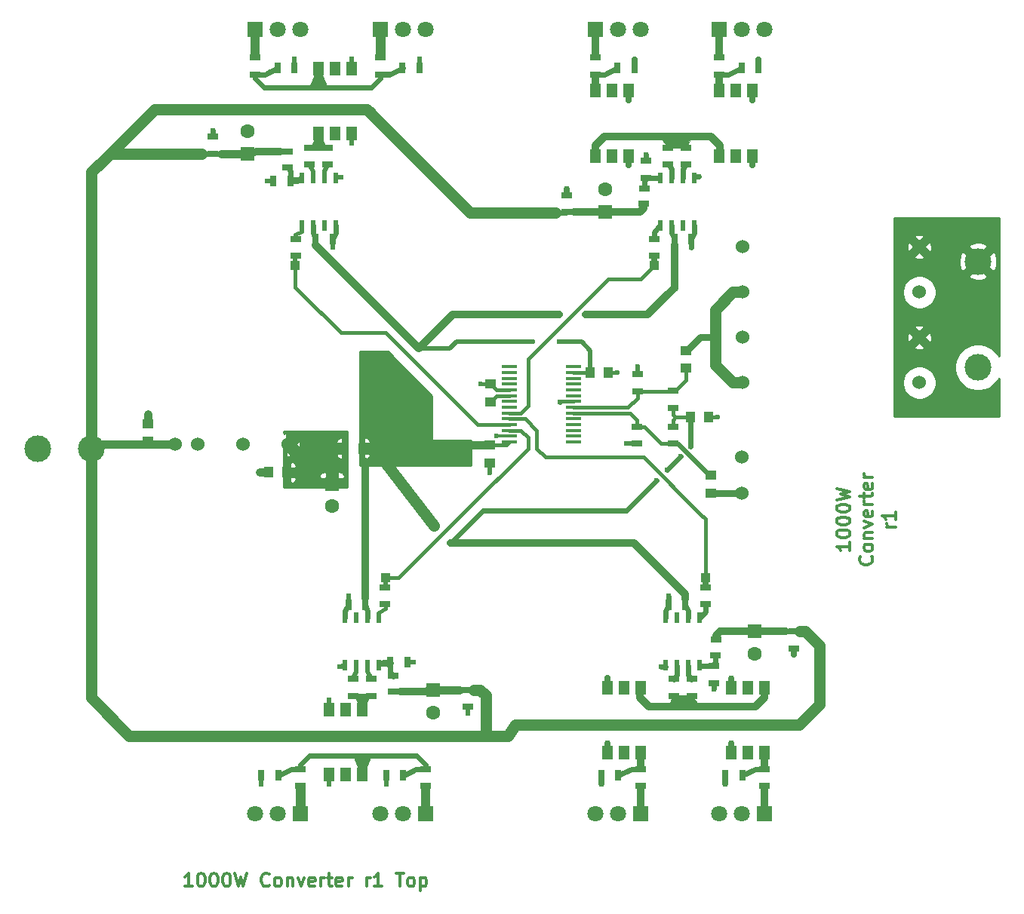
<source format=gbr>
G04 #@! TF.GenerationSoftware,KiCad,Pcbnew,(5.1.2)-1*
G04 #@! TF.CreationDate,2019-05-29T22:51:05-07:00*
G04 #@! TF.ProjectId,1000WConverter_r1_ctrl,31303030-5743-46f6-9e76-65727465725f,rev?*
G04 #@! TF.SameCoordinates,Original*
G04 #@! TF.FileFunction,Copper,L1,Top*
G04 #@! TF.FilePolarity,Positive*
%FSLAX46Y46*%
G04 Gerber Fmt 4.6, Leading zero omitted, Abs format (unit mm)*
G04 Created by KiCad (PCBNEW (5.1.2)-1) date 2019-05-29 22:51:05*
%MOMM*%
%LPD*%
G04 APERTURE LIST*
%ADD10C,0.300000*%
%ADD11C,0.609600*%
%ADD12C,0.711200*%
%ADD13C,0.812800*%
%ADD14C,0.100000*%
%ADD15C,0.914400*%
%ADD16C,1.117600*%
%ADD17C,1.016000*%
%ADD18C,0.508000*%
%ADD19C,0.762000*%
%ADD20C,0.457200*%
%ADD21C,0.609600*%
%ADD22C,1.800000*%
%ADD23R,1.800000X1.800000*%
%ADD24R,1.200000X1.500000*%
%ADD25R,1.300000X0.700000*%
%ADD26R,0.700000X1.300000*%
%ADD27R,0.508000X1.143000*%
%ADD28R,1.016000X1.016000*%
%ADD29C,1.600000*%
%ADD30R,1.600000X1.600000*%
%ADD31R,0.600000X0.750000*%
%ADD32R,0.750000X0.600000*%
%ADD33R,1.000000X1.250000*%
%ADD34R,1.250000X1.000000*%
%ADD35C,1.524000*%
%ADD36R,1.750000X0.450000*%
%ADD37C,3.000000*%
%ADD38C,0.600000*%
%ADD39C,0.250000*%
%ADD40C,1.270000*%
%ADD41C,0.406400*%
%ADD42C,0.304800*%
%ADD43C,0.254000*%
G04 APERTURE END LIST*
D10*
X-35662142Y-52178571D02*
X-36519285Y-52178571D01*
X-36090714Y-52178571D02*
X-36090714Y-50678571D01*
X-36233571Y-50892857D01*
X-36376428Y-51035714D01*
X-36519285Y-51107142D01*
X-34733571Y-50678571D02*
X-34590714Y-50678571D01*
X-34447857Y-50750000D01*
X-34376428Y-50821428D01*
X-34305000Y-50964285D01*
X-34233571Y-51250000D01*
X-34233571Y-51607142D01*
X-34305000Y-51892857D01*
X-34376428Y-52035714D01*
X-34447857Y-52107142D01*
X-34590714Y-52178571D01*
X-34733571Y-52178571D01*
X-34876428Y-52107142D01*
X-34947857Y-52035714D01*
X-35019285Y-51892857D01*
X-35090714Y-51607142D01*
X-35090714Y-51250000D01*
X-35019285Y-50964285D01*
X-34947857Y-50821428D01*
X-34876428Y-50750000D01*
X-34733571Y-50678571D01*
X-33305000Y-50678571D02*
X-33162142Y-50678571D01*
X-33019285Y-50750000D01*
X-32947857Y-50821428D01*
X-32876428Y-50964285D01*
X-32805000Y-51250000D01*
X-32805000Y-51607142D01*
X-32876428Y-51892857D01*
X-32947857Y-52035714D01*
X-33019285Y-52107142D01*
X-33162142Y-52178571D01*
X-33305000Y-52178571D01*
X-33447857Y-52107142D01*
X-33519285Y-52035714D01*
X-33590714Y-51892857D01*
X-33662142Y-51607142D01*
X-33662142Y-51250000D01*
X-33590714Y-50964285D01*
X-33519285Y-50821428D01*
X-33447857Y-50750000D01*
X-33305000Y-50678571D01*
X-31876428Y-50678571D02*
X-31733571Y-50678571D01*
X-31590714Y-50750000D01*
X-31519285Y-50821428D01*
X-31447857Y-50964285D01*
X-31376428Y-51250000D01*
X-31376428Y-51607142D01*
X-31447857Y-51892857D01*
X-31519285Y-52035714D01*
X-31590714Y-52107142D01*
X-31733571Y-52178571D01*
X-31876428Y-52178571D01*
X-32019285Y-52107142D01*
X-32090714Y-52035714D01*
X-32162142Y-51892857D01*
X-32233571Y-51607142D01*
X-32233571Y-51250000D01*
X-32162142Y-50964285D01*
X-32090714Y-50821428D01*
X-32019285Y-50750000D01*
X-31876428Y-50678571D01*
X-30876428Y-50678571D02*
X-30519285Y-52178571D01*
X-30233571Y-51107142D01*
X-29947857Y-52178571D01*
X-29590714Y-50678571D01*
X-27019285Y-52035714D02*
X-27090714Y-52107142D01*
X-27305000Y-52178571D01*
X-27447857Y-52178571D01*
X-27662142Y-52107142D01*
X-27805000Y-51964285D01*
X-27876428Y-51821428D01*
X-27947857Y-51535714D01*
X-27947857Y-51321428D01*
X-27876428Y-51035714D01*
X-27805000Y-50892857D01*
X-27662142Y-50750000D01*
X-27447857Y-50678571D01*
X-27305000Y-50678571D01*
X-27090714Y-50750000D01*
X-27019285Y-50821428D01*
X-26162142Y-52178571D02*
X-26305000Y-52107142D01*
X-26376428Y-52035714D01*
X-26447857Y-51892857D01*
X-26447857Y-51464285D01*
X-26376428Y-51321428D01*
X-26305000Y-51250000D01*
X-26162142Y-51178571D01*
X-25947857Y-51178571D01*
X-25805000Y-51250000D01*
X-25733571Y-51321428D01*
X-25662142Y-51464285D01*
X-25662142Y-51892857D01*
X-25733571Y-52035714D01*
X-25805000Y-52107142D01*
X-25947857Y-52178571D01*
X-26162142Y-52178571D01*
X-25019285Y-51178571D02*
X-25019285Y-52178571D01*
X-25019285Y-51321428D02*
X-24947857Y-51250000D01*
X-24805000Y-51178571D01*
X-24590714Y-51178571D01*
X-24447857Y-51250000D01*
X-24376428Y-51392857D01*
X-24376428Y-52178571D01*
X-23805000Y-51178571D02*
X-23447857Y-52178571D01*
X-23090714Y-51178571D01*
X-21947857Y-52107142D02*
X-22090714Y-52178571D01*
X-22376428Y-52178571D01*
X-22519285Y-52107142D01*
X-22590714Y-51964285D01*
X-22590714Y-51392857D01*
X-22519285Y-51250000D01*
X-22376428Y-51178571D01*
X-22090714Y-51178571D01*
X-21947857Y-51250000D01*
X-21876428Y-51392857D01*
X-21876428Y-51535714D01*
X-22590714Y-51678571D01*
X-21233571Y-52178571D02*
X-21233571Y-51178571D01*
X-21233571Y-51464285D02*
X-21162142Y-51321428D01*
X-21090714Y-51250000D01*
X-20947857Y-51178571D01*
X-20805000Y-51178571D01*
X-20519285Y-51178571D02*
X-19947857Y-51178571D01*
X-20305000Y-50678571D02*
X-20305000Y-51964285D01*
X-20233571Y-52107142D01*
X-20090714Y-52178571D01*
X-19947857Y-52178571D01*
X-18876428Y-52107142D02*
X-19019285Y-52178571D01*
X-19305000Y-52178571D01*
X-19447857Y-52107142D01*
X-19519285Y-51964285D01*
X-19519285Y-51392857D01*
X-19447857Y-51250000D01*
X-19305000Y-51178571D01*
X-19019285Y-51178571D01*
X-18876428Y-51250000D01*
X-18805000Y-51392857D01*
X-18805000Y-51535714D01*
X-19519285Y-51678571D01*
X-18162142Y-52178571D02*
X-18162142Y-51178571D01*
X-18162142Y-51464285D02*
X-18090714Y-51321428D01*
X-18019285Y-51250000D01*
X-17876428Y-51178571D01*
X-17733571Y-51178571D01*
X-16090714Y-52178571D02*
X-16090714Y-51178571D01*
X-16090714Y-51464285D02*
X-16019285Y-51321428D01*
X-15947857Y-51250000D01*
X-15805000Y-51178571D01*
X-15662142Y-51178571D01*
X-14376428Y-52178571D02*
X-15233571Y-52178571D01*
X-14805000Y-52178571D02*
X-14805000Y-50678571D01*
X-14947857Y-50892857D01*
X-15090714Y-51035714D01*
X-15233571Y-51107142D01*
X-12805000Y-50678571D02*
X-11947857Y-50678571D01*
X-12376428Y-52178571D02*
X-12376428Y-50678571D01*
X-11233571Y-52178571D02*
X-11376428Y-52107142D01*
X-11447857Y-52035714D01*
X-11519285Y-51892857D01*
X-11519285Y-51464285D01*
X-11447857Y-51321428D01*
X-11376428Y-51250000D01*
X-11233571Y-51178571D01*
X-11019285Y-51178571D01*
X-10876428Y-51250000D01*
X-10805000Y-51321428D01*
X-10733571Y-51464285D01*
X-10733571Y-51892857D01*
X-10805000Y-52035714D01*
X-10876428Y-52107142D01*
X-11019285Y-52178571D01*
X-11233571Y-52178571D01*
X-10090714Y-51178571D02*
X-10090714Y-52678571D01*
X-10090714Y-51250000D02*
X-9947857Y-51178571D01*
X-9662142Y-51178571D01*
X-9519285Y-51250000D01*
X-9447857Y-51321428D01*
X-9376428Y-51464285D01*
X-9376428Y-51892857D01*
X-9447857Y-52035714D01*
X-9519285Y-52107142D01*
X-9662142Y-52178571D01*
X-9947857Y-52178571D01*
X-10090714Y-52107142D01*
X38128571Y-13571428D02*
X38128571Y-14428571D01*
X38128571Y-14000000D02*
X36628571Y-14000000D01*
X36842857Y-14142857D01*
X36985714Y-14285714D01*
X37057142Y-14428571D01*
X36628571Y-12642857D02*
X36628571Y-12500000D01*
X36700000Y-12357142D01*
X36771428Y-12285714D01*
X36914285Y-12214285D01*
X37200000Y-12142857D01*
X37557142Y-12142857D01*
X37842857Y-12214285D01*
X37985714Y-12285714D01*
X38057142Y-12357142D01*
X38128571Y-12500000D01*
X38128571Y-12642857D01*
X38057142Y-12785714D01*
X37985714Y-12857142D01*
X37842857Y-12928571D01*
X37557142Y-13000000D01*
X37200000Y-13000000D01*
X36914285Y-12928571D01*
X36771428Y-12857142D01*
X36700000Y-12785714D01*
X36628571Y-12642857D01*
X36628571Y-11214285D02*
X36628571Y-11071428D01*
X36700000Y-10928571D01*
X36771428Y-10857142D01*
X36914285Y-10785714D01*
X37200000Y-10714285D01*
X37557142Y-10714285D01*
X37842857Y-10785714D01*
X37985714Y-10857142D01*
X38057142Y-10928571D01*
X38128571Y-11071428D01*
X38128571Y-11214285D01*
X38057142Y-11357142D01*
X37985714Y-11428571D01*
X37842857Y-11500000D01*
X37557142Y-11571428D01*
X37200000Y-11571428D01*
X36914285Y-11500000D01*
X36771428Y-11428571D01*
X36700000Y-11357142D01*
X36628571Y-11214285D01*
X36628571Y-9785714D02*
X36628571Y-9642857D01*
X36700000Y-9500000D01*
X36771428Y-9428571D01*
X36914285Y-9357142D01*
X37200000Y-9285714D01*
X37557142Y-9285714D01*
X37842857Y-9357142D01*
X37985714Y-9428571D01*
X38057142Y-9500000D01*
X38128571Y-9642857D01*
X38128571Y-9785714D01*
X38057142Y-9928571D01*
X37985714Y-10000000D01*
X37842857Y-10071428D01*
X37557142Y-10142857D01*
X37200000Y-10142857D01*
X36914285Y-10071428D01*
X36771428Y-10000000D01*
X36700000Y-9928571D01*
X36628571Y-9785714D01*
X36628571Y-8785714D02*
X38128571Y-8428571D01*
X37057142Y-8142857D01*
X38128571Y-7857142D01*
X36628571Y-7500000D01*
X40535714Y-15107142D02*
X40607142Y-15178571D01*
X40678571Y-15392857D01*
X40678571Y-15535714D01*
X40607142Y-15749999D01*
X40464285Y-15892857D01*
X40321428Y-15964285D01*
X40035714Y-16035714D01*
X39821428Y-16035714D01*
X39535714Y-15964285D01*
X39392857Y-15892857D01*
X39250000Y-15749999D01*
X39178571Y-15535714D01*
X39178571Y-15392857D01*
X39250000Y-15178571D01*
X39321428Y-15107142D01*
X40678571Y-14249999D02*
X40607142Y-14392857D01*
X40535714Y-14464285D01*
X40392857Y-14535714D01*
X39964285Y-14535714D01*
X39821428Y-14464285D01*
X39750000Y-14392857D01*
X39678571Y-14249999D01*
X39678571Y-14035714D01*
X39750000Y-13892857D01*
X39821428Y-13821428D01*
X39964285Y-13749999D01*
X40392857Y-13749999D01*
X40535714Y-13821428D01*
X40607142Y-13892857D01*
X40678571Y-14035714D01*
X40678571Y-14249999D01*
X39678571Y-13107142D02*
X40678571Y-13107142D01*
X39821428Y-13107142D02*
X39750000Y-13035714D01*
X39678571Y-12892857D01*
X39678571Y-12678571D01*
X39750000Y-12535714D01*
X39892857Y-12464285D01*
X40678571Y-12464285D01*
X39678571Y-11892857D02*
X40678571Y-11535714D01*
X39678571Y-11178571D01*
X40607142Y-10035714D02*
X40678571Y-10178571D01*
X40678571Y-10464285D01*
X40607142Y-10607142D01*
X40464285Y-10678571D01*
X39892857Y-10678571D01*
X39750000Y-10607142D01*
X39678571Y-10464285D01*
X39678571Y-10178571D01*
X39750000Y-10035714D01*
X39892857Y-9964285D01*
X40035714Y-9964285D01*
X40178571Y-10678571D01*
X40678571Y-9321428D02*
X39678571Y-9321428D01*
X39964285Y-9321428D02*
X39821428Y-9250000D01*
X39750000Y-9178571D01*
X39678571Y-9035714D01*
X39678571Y-8892857D01*
X39678571Y-8607142D02*
X39678571Y-8035714D01*
X39178571Y-8392857D02*
X40464285Y-8392857D01*
X40607142Y-8321428D01*
X40678571Y-8178571D01*
X40678571Y-8035714D01*
X40607142Y-6964285D02*
X40678571Y-7107142D01*
X40678571Y-7392857D01*
X40607142Y-7535714D01*
X40464285Y-7607142D01*
X39892857Y-7607142D01*
X39750000Y-7535714D01*
X39678571Y-7392857D01*
X39678571Y-7107142D01*
X39750000Y-6964285D01*
X39892857Y-6892857D01*
X40035714Y-6892857D01*
X40178571Y-7607142D01*
X40678571Y-6250000D02*
X39678571Y-6250000D01*
X39964285Y-6250000D02*
X39821428Y-6178571D01*
X39750000Y-6107142D01*
X39678571Y-5964285D01*
X39678571Y-5821428D01*
X43228571Y-11821428D02*
X42228571Y-11821428D01*
X42514285Y-11821428D02*
X42371428Y-11750000D01*
X42300000Y-11678571D01*
X42228571Y-11535714D01*
X42228571Y-11392857D01*
X43228571Y-10107142D02*
X43228571Y-10964285D01*
X43228571Y-10535714D02*
X41728571Y-10535714D01*
X41942857Y-10678571D01*
X42085714Y-10821428D01*
X42157142Y-10964285D01*
D11*
X17462500Y-22000000D02*
X17462500Y-21200000D01*
X17462500Y-21200000D02*
X17767500Y-20540000D01*
X20002500Y-22000000D02*
X20002500Y-21200000D01*
X20002500Y-21200000D02*
X19667500Y-20540000D01*
X26040000Y-39725000D02*
X27550000Y-39000000D01*
X28540000Y-39000000D02*
X27540000Y-39000000D01*
X12140000Y-39725000D02*
X13640000Y-39000000D01*
X14640000Y-39000000D02*
X13640000Y-39000000D01*
D12*
X24140000Y-40660000D02*
X24140000Y-40177400D01*
X10240000Y-40177400D02*
X10240000Y-40660000D01*
X10940000Y-36602600D02*
X10940000Y-36120000D01*
X10940000Y-29302600D02*
X10940000Y-28788400D01*
D11*
X17412600Y-27532500D02*
X16930000Y-27532500D01*
D12*
X24840000Y-36602600D02*
X24840000Y-36120000D01*
X24840000Y-29302600D02*
X24840000Y-28820000D01*
D11*
X22867500Y-29497400D02*
X22867500Y-29980000D01*
X17767500Y-20092600D02*
X17767500Y-19610000D01*
D12*
X31792500Y-25635800D02*
X31792500Y-26118400D01*
D11*
X21950000Y-20500000D02*
X21950000Y-21300000D01*
X21950000Y-21300000D02*
X21350000Y-22000000D01*
D12*
X21950000Y-17500000D02*
X21950000Y-18400000D01*
D13*
X27450000Y-23550000D02*
X23550000Y-23550000D01*
X23550000Y-23550000D02*
X23100000Y-24000000D01*
D11*
X23100000Y-24000000D02*
X23100000Y-24300000D01*
X23050000Y-26200000D02*
X23050000Y-26950000D01*
X23050000Y-26950000D02*
X22850000Y-27400000D01*
X22900000Y-27400000D02*
X21400000Y-27400000D01*
D13*
X27500000Y-23550000D02*
X30900000Y-23550000D01*
D11*
X30900000Y-23550000D02*
X31800000Y-23550000D01*
X20002500Y-27400000D02*
X20002500Y-28400000D01*
X18367500Y-28900400D02*
X18732500Y-28400400D01*
X18732500Y-27400000D02*
X18732500Y-28400000D01*
X20350000Y-28900000D02*
X20002500Y-28400000D01*
D14*
G36*
X20300000Y-30750000D02*
G01*
X18300000Y-30750000D01*
X17800000Y-32000000D01*
X21300000Y-32000000D01*
X20300000Y-30750000D01*
G37*
X20300000Y-30750000D02*
X18300000Y-30750000D01*
X17800000Y-32000000D01*
X21300000Y-32000000D01*
X20300000Y-30750000D01*
D13*
X16550000Y-32000000D02*
X15550000Y-32000000D01*
X15550000Y-32000000D02*
X14550000Y-31000000D01*
X14550000Y-31000000D02*
X14550000Y-30000000D01*
X26550000Y-32000000D02*
X27050000Y-32000000D01*
X27050000Y-32000000D02*
X27550000Y-32000000D01*
X27550000Y-32000000D02*
X28550000Y-31000000D01*
X28550000Y-31000000D02*
X28550000Y-30000000D01*
X16550000Y-32000000D02*
X26550000Y-32000000D01*
X14650000Y-41100000D02*
X14650000Y-44000000D01*
X14650000Y-37300000D02*
X14650000Y-38700000D01*
X28550000Y-38750000D02*
X28550000Y-37250000D01*
D12*
X28550000Y-39000000D02*
X28550000Y-38500000D01*
D13*
X28550000Y-41000000D02*
X28550000Y-44000000D01*
D11*
X20637500Y22000000D02*
X20637500Y21200000D01*
X20637500Y21200000D02*
X20332500Y20540000D01*
X18097500Y22000000D02*
X18097500Y21200000D01*
X18097500Y21200000D02*
X18432500Y20540000D01*
X12060000Y39725000D02*
X10550000Y39000000D01*
X9560000Y39000000D02*
X10560000Y39000000D01*
X25960000Y39725000D02*
X24460000Y39000000D01*
X23460000Y39000000D02*
X24460000Y39000000D01*
D12*
X13960000Y40660000D02*
X13960000Y40177400D01*
X27860000Y40177400D02*
X27860000Y40660000D01*
X27160000Y36602600D02*
X27160000Y36120000D01*
X27160000Y29302600D02*
X27160000Y28788400D01*
D11*
X20687400Y27532500D02*
X21170000Y27532500D01*
D12*
X13260000Y36602600D02*
X13260000Y36120000D01*
X13260000Y29302600D02*
X13260000Y28820000D01*
D11*
X15232500Y29497400D02*
X15232500Y29980000D01*
X20332500Y20092600D02*
X20332500Y19610000D01*
D12*
X6307500Y25635800D02*
X6307500Y26118400D01*
D11*
X16150000Y20500000D02*
X16150000Y21300000D01*
X16150000Y21300000D02*
X16750000Y22000000D01*
D12*
X16150000Y17500000D02*
X16150000Y18400000D01*
D13*
X10650000Y23550000D02*
X14550000Y23550000D01*
X14550000Y23550000D02*
X15000000Y24000000D01*
D11*
X15000000Y24000000D02*
X15000000Y24300000D01*
X15050000Y26200000D02*
X15050000Y26950000D01*
X15050000Y26950000D02*
X15250000Y27400000D01*
X15200000Y27400000D02*
X16700000Y27400000D01*
D13*
X10600000Y23550000D02*
X7200000Y23550000D01*
D11*
X7200000Y23550000D02*
X6300000Y23550000D01*
X18097500Y27400000D02*
X18097500Y28400000D01*
X19732500Y28900400D02*
X19367500Y28400400D01*
X19367500Y27400000D02*
X19367500Y28400000D01*
X17750000Y28900000D02*
X18097500Y28400000D01*
D14*
G36*
X17800000Y30750000D02*
G01*
X19800000Y30750000D01*
X20300000Y32000000D01*
X16800000Y32000000D01*
X17800000Y30750000D01*
G37*
X17800000Y30750000D02*
X19800000Y30750000D01*
X20300000Y32000000D01*
X16800000Y32000000D01*
X17800000Y30750000D01*
D13*
X21550000Y32000000D02*
X22550000Y32000000D01*
X22550000Y32000000D02*
X23550000Y31000000D01*
X23550000Y31000000D02*
X23550000Y30000000D01*
X11550000Y32000000D02*
X11050000Y32000000D01*
X11050000Y32000000D02*
X10550000Y32000000D01*
X10550000Y32000000D02*
X9550000Y31000000D01*
X9550000Y31000000D02*
X9550000Y30000000D01*
X21550000Y32000000D02*
X11550000Y32000000D01*
X23450000Y41100000D02*
X23450000Y44000000D01*
X23450000Y37300000D02*
X23450000Y38700000D01*
X9550000Y38750000D02*
X9550000Y37250000D01*
D12*
X9550000Y39000000D02*
X9550000Y38500000D01*
D13*
X9550000Y41000000D02*
X9550000Y44000000D01*
D11*
X-22125000Y22000000D02*
X-22125000Y21200000D01*
X-22125000Y21200000D02*
X-21840000Y20540000D01*
X-19585000Y22000000D02*
X-19585000Y21200000D01*
X-19585000Y21200000D02*
X-19940000Y20540000D01*
D15*
X-29450000Y30100000D02*
X-32450000Y30100000D01*
D11*
X-32450000Y30100000D02*
X-33350000Y30100000D01*
D16*
X-14590000Y44000000D02*
X-14590000Y41170000D01*
D17*
X-28600000Y44050000D02*
X-28600000Y41150000D01*
D11*
X-14550000Y39000000D02*
X-13550000Y39000000D01*
X-13550000Y39000000D02*
X-12050000Y39750000D01*
X-14590000Y39000000D02*
X-14590000Y38500000D01*
X-27550000Y39000000D02*
X-26050000Y39750000D01*
X-28550000Y39000000D02*
X-27550000Y39000000D01*
D18*
X-23850000Y27100000D02*
X-23400000Y27400000D01*
D19*
X-24650000Y27100000D02*
X-23850000Y27100000D01*
D11*
X-24650000Y28100000D02*
X-24950000Y28600000D01*
X-24650000Y27000000D02*
X-24650000Y28100000D01*
X-25850000Y30300000D02*
X-24950000Y30300000D01*
D13*
X-28350000Y30300000D02*
X-25850000Y30300000D01*
X-29450000Y30100000D02*
X-28350000Y30300000D01*
D18*
X-20855000Y28125000D02*
X-20474000Y28760000D01*
X-20855000Y27490000D02*
X-20855000Y28125000D01*
X-22125000Y28125000D02*
X-22506000Y28760000D01*
X-22125000Y27490000D02*
X-22125000Y28125000D01*
D14*
G36*
X-21490000Y32525000D02*
G01*
X-22490000Y30525000D01*
X-20490000Y30525000D01*
X-21490000Y32525000D01*
G37*
X-21490000Y32525000D02*
X-22490000Y30525000D01*
X-20490000Y30525000D01*
X-21490000Y32525000D01*
G36*
X-21490000Y39500000D02*
G01*
X-22490000Y37500000D01*
X-20490000Y37500000D01*
X-21490000Y40000000D01*
X-22490000Y37500000D01*
X-21490000Y39500000D01*
G37*
X-21490000Y39500000D02*
X-22490000Y37500000D01*
X-20490000Y37500000D01*
X-21490000Y40000000D01*
X-22490000Y37500000D01*
X-21490000Y39500000D01*
D11*
X-14590000Y39000000D02*
X-14590000Y38500000D01*
X-15590000Y37500000D02*
X-14590000Y38500000D01*
X-27590000Y37500000D02*
X-15590000Y37500000D01*
X-28590000Y38500000D02*
X-27590000Y37500000D01*
X-28590000Y39000000D02*
X-28590000Y38500000D01*
D20*
X-24090000Y20490000D02*
X-24090000Y20990000D01*
X-24090000Y20990000D02*
X-23390000Y21390000D01*
X-23390000Y21390000D02*
X-23390000Y21990000D01*
D18*
X-24090000Y17490000D02*
X-24090000Y18590000D01*
D11*
X-15975000Y-22000000D02*
X-15975000Y-21200000D01*
X-15975000Y-21200000D02*
X-16260000Y-20540000D01*
X-18515000Y-22000000D02*
X-18515000Y-21200000D01*
X-18515000Y-21200000D02*
X-18160000Y-20540000D01*
D15*
X-8650000Y-30100000D02*
X-5650000Y-30100000D01*
D11*
X-5650000Y-30100000D02*
X-4750000Y-30100000D01*
D16*
X-23510000Y-44000000D02*
X-23510000Y-41170000D01*
D17*
X-9500000Y-44050000D02*
X-9500000Y-41150000D01*
D11*
X-23550000Y-39000000D02*
X-24550000Y-39000000D01*
X-24550000Y-39000000D02*
X-26050000Y-39750000D01*
X-23510000Y-39000000D02*
X-23510000Y-38500000D01*
X-10550000Y-39000000D02*
X-12050000Y-39750000D01*
X-9550000Y-39000000D02*
X-10550000Y-39000000D01*
D18*
X-14250000Y-27100000D02*
X-14700000Y-27400000D01*
D19*
X-13450000Y-27100000D02*
X-14250000Y-27100000D01*
D11*
X-13450000Y-28100000D02*
X-13150000Y-28600000D01*
X-13450000Y-27000000D02*
X-13450000Y-28100000D01*
X-12250000Y-30300000D02*
X-13150000Y-30300000D01*
D13*
X-9750000Y-30300000D02*
X-12250000Y-30300000D01*
X-8650000Y-30100000D02*
X-9750000Y-30300000D01*
D18*
X-17245000Y-28125000D02*
X-17626000Y-28760000D01*
X-17245000Y-27490000D02*
X-17245000Y-28125000D01*
X-15975000Y-28125000D02*
X-15594000Y-28760000D01*
X-15975000Y-27490000D02*
X-15975000Y-28125000D01*
D14*
G36*
X-16610000Y-32525000D02*
G01*
X-15610000Y-30525000D01*
X-17610000Y-30525000D01*
X-16610000Y-32525000D01*
G37*
X-16610000Y-32525000D02*
X-15610000Y-30525000D01*
X-17610000Y-30525000D01*
X-16610000Y-32525000D01*
G36*
X-16610000Y-39500000D02*
G01*
X-15610000Y-37500000D01*
X-17610000Y-37500000D01*
X-16610000Y-40000000D01*
X-15610000Y-37500000D01*
X-16610000Y-39500000D01*
G37*
X-16610000Y-39500000D02*
X-15610000Y-37500000D01*
X-17610000Y-37500000D01*
X-16610000Y-40000000D01*
X-15610000Y-37500000D01*
X-16610000Y-39500000D01*
D11*
X-23510000Y-39000000D02*
X-23510000Y-38500000D01*
X-22510000Y-37500000D02*
X-23510000Y-38500000D01*
X-10510000Y-37500000D02*
X-22510000Y-37500000D01*
X-9510000Y-38500000D02*
X-10510000Y-37500000D01*
X-9510000Y-39000000D02*
X-9510000Y-38500000D01*
D20*
X-14010000Y-20490000D02*
X-14010000Y-20990000D01*
X-14010000Y-20990000D02*
X-14710000Y-21390000D01*
X-14710000Y-21390000D02*
X-14710000Y-21990000D01*
D18*
X-14010000Y-17490000D02*
X-14010000Y-18590000D01*
D21*
X24140000Y-40691600D03*
X10240000Y-40691600D03*
X10940000Y-36088400D03*
X10940000Y-28788400D03*
X16898400Y-27532500D03*
X24840000Y-36088400D03*
X24840000Y-28788400D03*
X22867500Y-30011600D03*
X17767500Y-19578400D03*
D22*
X9560000Y-44000000D03*
D23*
X14640000Y-44000000D03*
D22*
X12100000Y-44000000D03*
D24*
X14640000Y-29850000D03*
X12790000Y-37150000D03*
X12790000Y-29850000D03*
X10940000Y-29850000D03*
X10940000Y-37150000D03*
X14640000Y-37150000D03*
D25*
X14640000Y-40900000D03*
X14640000Y-39000000D03*
D26*
X12140000Y-39725000D03*
X10240000Y-39725000D03*
X24140000Y-39725000D03*
X26040000Y-39725000D03*
D25*
X28540000Y-39000000D03*
X28540000Y-40900000D03*
D24*
X28540000Y-37150000D03*
X24840000Y-37150000D03*
X24840000Y-29850000D03*
X26690000Y-29850000D03*
X26690000Y-37150000D03*
X28540000Y-29850000D03*
D22*
X26000000Y-44000000D03*
D23*
X28540000Y-44000000D03*
D22*
X23460000Y-44000000D03*
D25*
X31792500Y-25435000D03*
X31792500Y-23535000D03*
X22877500Y-27400000D03*
X22867500Y-29340000D03*
X21942500Y-18615000D03*
X21942500Y-20515000D03*
D26*
X17767500Y-20540000D03*
X19667500Y-20540000D03*
D25*
X23067500Y-26200000D03*
X23117500Y-24460000D03*
X18367500Y-30790000D03*
X20367500Y-30790000D03*
D27*
X21272500Y-27365000D03*
X20002500Y-27365000D03*
X18732500Y-27365000D03*
X17462500Y-27365000D03*
X17462500Y-22015000D03*
X18732500Y-22015000D03*
X20002500Y-22015000D03*
X21272500Y-22015000D03*
D25*
X20367500Y-28890000D03*
X18367500Y-28890000D03*
D28*
X21917500Y-17500000D03*
D29*
X27467500Y-26060000D03*
D30*
X27467500Y-23560000D03*
D21*
X31792500Y-26150000D03*
X13960000Y40691600D03*
X27860000Y40691600D03*
X27160000Y36088400D03*
X27160000Y28788400D03*
X21201600Y27532500D03*
X13260000Y36088400D03*
X13260000Y28788400D03*
X15232500Y30011600D03*
X20332500Y19578400D03*
D22*
X28540000Y44000000D03*
D23*
X23460000Y44000000D03*
D22*
X26000000Y44000000D03*
D24*
X23460000Y29850000D03*
X25310000Y37150000D03*
X25310000Y29850000D03*
X27160000Y29850000D03*
X27160000Y37150000D03*
X23460000Y37150000D03*
D25*
X23460000Y40900000D03*
X23460000Y39000000D03*
D26*
X25960000Y39725000D03*
X27860000Y39725000D03*
X13960000Y39725000D03*
X12060000Y39725000D03*
D25*
X9560000Y39000000D03*
X9560000Y40900000D03*
D24*
X9560000Y37150000D03*
X13260000Y37150000D03*
X13260000Y29850000D03*
X11410000Y29850000D03*
X11410000Y37150000D03*
X9560000Y29850000D03*
D22*
X12100000Y44000000D03*
D23*
X9560000Y44000000D03*
D22*
X14640000Y44000000D03*
D25*
X6307500Y25435000D03*
X6307500Y23535000D03*
X15222500Y27400000D03*
X15232500Y29340000D03*
X16157500Y18615000D03*
X16157500Y20515000D03*
D26*
X20332500Y20540000D03*
X18432500Y20540000D03*
D25*
X15032500Y26200000D03*
X14982500Y24460000D03*
X19732500Y30790000D03*
X17732500Y30790000D03*
D27*
X16827500Y27365000D03*
X18097500Y27365000D03*
X19367500Y27365000D03*
X20637500Y27365000D03*
X20637500Y22015000D03*
X19367500Y22015000D03*
X18097500Y22015000D03*
X16827500Y22015000D03*
D25*
X17732500Y28890000D03*
X19732500Y28890000D03*
D28*
X16182500Y17500000D03*
D29*
X10632500Y26060000D03*
D30*
X10632500Y23560000D03*
D21*
X6307500Y26150000D03*
D31*
X-17810000Y40615000D03*
D21*
X-17810000Y40725000D03*
X-10185000Y40700000D03*
D31*
X-10185000Y40590000D03*
X-24185000Y40540000D03*
D21*
X-24185000Y40700000D03*
X-17765000Y31235000D03*
D31*
X-17765000Y31385000D03*
D32*
X-19135000Y27485000D03*
D21*
X-19940000Y19550000D03*
X-18985000Y27485000D03*
D31*
X-19940000Y19700000D03*
D32*
X-27150000Y27025000D03*
D26*
X-12090000Y39725000D03*
D25*
X-14590000Y39000000D03*
D30*
X-29490000Y30100000D03*
D29*
X-29490000Y32640000D03*
D22*
X-9510000Y44000000D03*
D23*
X-14590000Y44000000D03*
D22*
X-12050000Y44000000D03*
D28*
X-24090000Y17500000D03*
D25*
X-20490000Y28890000D03*
X-22490000Y28890000D03*
D27*
X-23395000Y22015000D03*
X-22125000Y22015000D03*
X-20855000Y22015000D03*
X-19585000Y22015000D03*
X-19585000Y27365000D03*
X-20855000Y27365000D03*
X-22125000Y27365000D03*
X-23395000Y27365000D03*
D25*
X-22490000Y30790000D03*
X-20490000Y30790000D03*
X-24950000Y28560000D03*
X-24950000Y30300000D03*
D26*
X-21840000Y20540000D03*
X-19940000Y20540000D03*
D25*
X-24065000Y20515000D03*
X-24065000Y18615000D03*
D26*
X-26575000Y27025000D03*
X-24675000Y27025000D03*
D25*
X-33375000Y30100000D03*
X-33375000Y32000000D03*
X-14590000Y40900000D03*
D26*
X-10190000Y39725000D03*
X-24190000Y39725000D03*
X-26090000Y39725000D03*
D25*
X-28590000Y39000000D03*
X-28590000Y40900000D03*
D24*
X-21490000Y39600000D03*
X-17790000Y39650000D03*
X-17790000Y32350000D03*
X-19640000Y32350000D03*
X-19640000Y39650000D03*
X-21490000Y32350000D03*
D22*
X-26050000Y44000000D03*
D23*
X-28590000Y44000000D03*
D22*
X-23510000Y44000000D03*
D21*
X-33375000Y32725000D03*
X-27300000Y27025000D03*
D31*
X-33375000Y32575000D03*
X-20290000Y-40615000D03*
D21*
X-20290000Y-40725000D03*
X-27915000Y-40700000D03*
D31*
X-27915000Y-40590000D03*
X-13915000Y-40540000D03*
D21*
X-13915000Y-40700000D03*
X-20335000Y-31235000D03*
D31*
X-20335000Y-31385000D03*
D32*
X-18965000Y-27485000D03*
D21*
X-18160000Y-19550000D03*
X-19115000Y-27485000D03*
D31*
X-18160000Y-19700000D03*
D32*
X-10950000Y-27025000D03*
D26*
X-26010000Y-39725000D03*
D25*
X-23510000Y-39000000D03*
D30*
X-8610000Y-30100000D03*
D29*
X-8610000Y-32640000D03*
D22*
X-28590000Y-44000000D03*
D23*
X-23510000Y-44000000D03*
D22*
X-26050000Y-44000000D03*
D28*
X-14010000Y-17500000D03*
D25*
X-17610000Y-28890000D03*
X-15610000Y-28890000D03*
D27*
X-14705000Y-22015000D03*
X-15975000Y-22015000D03*
X-17245000Y-22015000D03*
X-18515000Y-22015000D03*
X-18515000Y-27365000D03*
X-17245000Y-27365000D03*
X-15975000Y-27365000D03*
X-14705000Y-27365000D03*
D25*
X-15610000Y-30790000D03*
X-17610000Y-30790000D03*
X-13150000Y-28560000D03*
X-13150000Y-30300000D03*
D26*
X-16260000Y-20540000D03*
X-18160000Y-20540000D03*
D25*
X-14035000Y-20515000D03*
X-14035000Y-18615000D03*
D26*
X-11525000Y-27025000D03*
X-13425000Y-27025000D03*
D25*
X-4725000Y-30100000D03*
X-4725000Y-32000000D03*
X-23510000Y-40900000D03*
D26*
X-27910000Y-39725000D03*
X-13910000Y-39725000D03*
X-12010000Y-39725000D03*
D25*
X-9510000Y-39000000D03*
X-9510000Y-40900000D03*
D24*
X-16610000Y-39600000D03*
X-20310000Y-39650000D03*
X-20310000Y-32350000D03*
X-18460000Y-32350000D03*
X-18460000Y-39650000D03*
X-16610000Y-32350000D03*
D22*
X-12050000Y-44000000D03*
D23*
X-9510000Y-44000000D03*
D22*
X-14590000Y-44000000D03*
D21*
X-4725000Y-32725000D03*
X-10800000Y-27025000D03*
D31*
X-4725000Y-32575000D03*
D33*
X22250000Y500000D03*
X20250000Y500000D03*
D34*
X19700000Y8000000D03*
X19700000Y6000000D03*
D35*
X26000000Y-4000000D03*
X26000000Y-8000000D03*
D34*
X-2250000Y-2650000D03*
X-2250000Y-4650000D03*
X-40600000Y-2200000D03*
X-40600000Y-200000D03*
D33*
X-25100000Y-5700000D03*
X-27100000Y-5700000D03*
D35*
X-30000000Y-2540000D03*
X-24920000Y-2540000D03*
X-35080000Y-2540000D03*
X-37620000Y-2540000D03*
D26*
X-16650000Y-3000000D03*
X-18550000Y-3000000D03*
D34*
X22500000Y-6000000D03*
X22500000Y-8000000D03*
D25*
X18250000Y3450000D03*
X18250000Y1550000D03*
X14275000Y3425000D03*
X14275000Y5325000D03*
X18250000Y-2450000D03*
X18250000Y-550000D03*
X14250000Y-550000D03*
X14250000Y-2450000D03*
D33*
X11000000Y5550000D03*
X9000000Y5550000D03*
D34*
X-2200000Y4250000D03*
X-2200000Y2250000D03*
D36*
X7100000Y-2269200D03*
X7100000Y-1619200D03*
X7100000Y-969200D03*
X7100000Y-319200D03*
X7100000Y330800D03*
X7100000Y980800D03*
X7100000Y1630800D03*
X7100000Y2280800D03*
X7100000Y2930800D03*
X7100000Y3580800D03*
X7100000Y4230800D03*
X7100000Y4880800D03*
X7100000Y5530800D03*
X7100000Y6180800D03*
X-100000Y6180800D03*
X-100000Y5530800D03*
X-100000Y4880800D03*
X-100000Y4230800D03*
X-100000Y3580800D03*
X-100000Y2930800D03*
X-100000Y2280800D03*
X-100000Y1630800D03*
X-100000Y980800D03*
X-100000Y330800D03*
X-100000Y-319200D03*
X-100000Y-969200D03*
X-100000Y-1619200D03*
X-100000Y-2269200D03*
D35*
X45906000Y14540000D03*
X45906000Y19620000D03*
X45906000Y9460000D03*
X45906000Y4380000D03*
X26094000Y19620000D03*
X26094000Y14540000D03*
X26094000Y9460000D03*
X26094000Y4380000D03*
D37*
X-47000000Y-3000000D03*
X-53000000Y-3000000D03*
X52500000Y6100000D03*
X52500000Y18000000D03*
D29*
X-20000000Y-9500000D03*
D30*
X-20000000Y-7000000D03*
D38*
X-10250000Y8200000D03*
X-12300000Y6175000D03*
X-6650000Y-13600000D03*
X-8550000Y-11700000D03*
X16400000Y-6600000D03*
X17600000Y-5400000D03*
X19100000Y-3900000D03*
X20250000Y-2750000D03*
X8500000Y12000000D03*
X5500000Y12000000D03*
X5500000Y9000000D03*
X2500000Y9000000D03*
X-40600000Y850000D03*
X-28100000Y-5700000D03*
X-1500000Y-1619200D03*
X-2250000Y-5750000D03*
X-3300000Y4250000D03*
X5600000Y2250000D03*
X12000000Y5550000D03*
X14275000Y6225000D03*
X13050000Y-2450000D03*
X23250000Y500000D03*
D39*
X27860000Y39725000D02*
X27860000Y40691600D01*
X27160000Y36088400D02*
X27160000Y37150000D01*
X24140000Y-39725000D02*
X24140000Y-40691600D01*
D18*
X27160000Y36088400D02*
X27160000Y37360000D01*
X27271600Y36200000D02*
X27160000Y36088400D01*
X24840000Y-36088400D02*
X24840000Y-37150000D01*
D40*
X-8550000Y-11700000D02*
X-14000000Y-4650000D01*
D13*
X-14000000Y-2000000D02*
X-14000000Y-4650000D01*
D18*
X-2250000Y-2600000D02*
X-3383000Y-2600000D01*
X-3383000Y-2600000D02*
X-4400000Y-2600000D01*
D41*
X-430800Y-2600000D02*
X-2250000Y-2600000D01*
X-100000Y-2269200D02*
X-430800Y-2600000D01*
X8980800Y5530800D02*
X9000000Y5550000D01*
X7100000Y5530800D02*
X8980800Y5530800D01*
X18250000Y1550000D02*
X18250000Y793600D01*
X18543600Y500000D02*
X20250000Y500000D01*
X18250000Y793600D02*
X18543600Y500000D01*
X18250000Y206400D02*
X18543600Y500000D01*
X18250000Y-550000D02*
X18250000Y206400D01*
D11*
X20250000Y500000D02*
X20250000Y-2750000D01*
X16400000Y-6600000D02*
X13000000Y-10000000D01*
X13000000Y-10000000D02*
X-3050000Y-10000000D01*
X-3050000Y-10000000D02*
X-6650000Y-13600000D01*
X19100000Y-3900000D02*
X17600000Y-5400000D01*
D15*
X-2250000Y-2650000D02*
X-4850000Y-2650000D01*
X-4850000Y-2650000D02*
X-5000000Y-2500000D01*
D19*
X13503900Y-13600000D02*
X13400000Y-13600000D01*
D13*
X13400000Y-13600000D02*
X10850000Y-13600000D01*
X10850000Y-13600000D02*
X-6650000Y-13600000D01*
D42*
X-22125000Y22015000D02*
X-22125000Y20975000D01*
D39*
X-15975000Y-22015000D02*
X-15975000Y-20925000D01*
D13*
X13400000Y-13600000D02*
X13900000Y-13600000D01*
X17732500Y14332500D02*
X15400000Y12000000D01*
X15400000Y12000000D02*
X10150000Y12000000D01*
X8500000Y12000000D02*
X10150000Y12000000D01*
X5500000Y12000000D02*
X-6450000Y12000000D01*
X17750000Y14350000D02*
X17732500Y14332500D01*
X-10250000Y8200000D02*
X-6450000Y12000000D01*
D18*
X-6800000Y8200000D02*
X-10250000Y8200000D01*
X-6000000Y9000000D02*
X-6800000Y8200000D01*
X2500000Y9000000D02*
X-6000000Y9000000D01*
X9000000Y8000000D02*
X9000000Y5550000D01*
X8000000Y9000000D02*
X9000000Y8000000D01*
X5500000Y9000000D02*
X8000000Y9000000D01*
D39*
X-22125000Y22015000D02*
X-22125000Y20825000D01*
X-22125000Y20825000D02*
X-21840000Y20540000D01*
X-15975000Y-22015000D02*
X-15975000Y-20825000D01*
X-15975000Y-20825000D02*
X-16260000Y-20540000D01*
D11*
X-16260000Y-20540000D02*
X-16260000Y-19800000D01*
D13*
X-16260000Y-19800000D02*
X-16260000Y-4540000D01*
X-16260000Y-4540000D02*
X-16300000Y-4500000D01*
X-10250000Y8200000D02*
X-21840000Y19790000D01*
D11*
X-21840000Y19790000D02*
X-21840000Y20540000D01*
D39*
X-14705000Y-22015000D02*
X-14705000Y-21505000D01*
X-14035000Y-20935000D02*
X-14035000Y-20515000D01*
X-14200000Y-21100000D02*
X-14035000Y-20935000D01*
X-14300000Y-21100000D02*
X-14200000Y-21100000D01*
X-14705000Y-21505000D02*
X-14300000Y-21100000D01*
X-15975000Y-27365000D02*
X-16000000Y-27390000D01*
X-16000000Y-27390000D02*
X-16000000Y-28250000D01*
X-16000000Y-28250000D02*
X-16000000Y-28500000D01*
X-16000000Y-28500000D02*
X-16000000Y-28000000D01*
X-16000000Y-28000000D02*
X-16000000Y-28250000D01*
X-16000000Y-28250000D02*
X-15750000Y-28500000D01*
X-15750000Y-28500000D02*
X-15750000Y-28750000D01*
X-15750000Y-28750000D02*
X-15610000Y-28890000D01*
X-17610000Y-28890000D02*
X-17500000Y-28780000D01*
X-17250000Y-27370000D02*
X-17245000Y-27365000D01*
X-17250000Y-28250000D02*
X-17250000Y-27370000D01*
X-17500000Y-28500000D02*
X-17250000Y-28250000D01*
X-17500000Y-28780000D02*
X-17500000Y-28500000D01*
D42*
X-23395000Y22015000D02*
X-23395000Y21405000D01*
X-24065000Y20935000D02*
X-24065000Y20515000D01*
X-23800000Y21200000D02*
X-24065000Y20935000D01*
X-23600000Y21200000D02*
X-23800000Y21200000D01*
X-23395000Y21405000D02*
X-23600000Y21200000D01*
X-22125000Y27365000D02*
X-22125000Y28225000D01*
X-22490000Y28590000D02*
X-22490000Y28890000D01*
X-22125000Y28225000D02*
X-22490000Y28590000D01*
X-20490000Y28890000D02*
X-20490000Y28610000D01*
X-20855000Y28245000D02*
X-20855000Y27365000D01*
X-20490000Y28610000D02*
X-20855000Y28245000D01*
D39*
X10240000Y-40691600D02*
X10240000Y-39725000D01*
X10940000Y-37150000D02*
X10940000Y-36088400D01*
X13960000Y40691600D02*
X13960000Y39725000D01*
X13260000Y37150000D02*
X13260000Y36088400D01*
D18*
X-40600000Y-2200000D02*
X-40260000Y-2540000D01*
X-40260000Y-2540000D02*
X-37620000Y-2540000D01*
D40*
X-47000000Y-3000000D02*
X-47000000Y-9000000D01*
D15*
X-37620000Y-2540000D02*
X-46540000Y-2540000D01*
X-46540000Y-2540000D02*
X-47000000Y-3000000D01*
D40*
X-39900000Y35100000D02*
X-45400000Y29600000D01*
X-26100000Y35100000D02*
X-37100000Y35100000D01*
X-26100000Y35100000D02*
X-16100000Y35100000D01*
X-16100000Y35100000D02*
X-15375000Y34375000D01*
X-37400000Y35100000D02*
X-39900000Y35100000D01*
X-37100000Y35100000D02*
X-37400000Y35100000D01*
X-45400000Y29600000D02*
X-47000000Y28000000D01*
X-47000000Y3000000D02*
X-47000000Y-9000000D01*
D19*
X-47000000Y-3000000D02*
X-47000000Y3000000D01*
D40*
X-47000000Y28000000D02*
X-47000000Y27000000D01*
X-47000000Y27000000D02*
X-47000000Y3000000D01*
X-47000000Y28000000D02*
X-47000000Y27000000D01*
X-15375000Y34375000D02*
X-15775000Y34775000D01*
X-10000000Y-35250000D02*
X-8125000Y-35250000D01*
X-42750000Y-35250000D02*
X-10000000Y-35250000D01*
X-2750000Y-35250000D02*
X-8125000Y-35250000D01*
X-47000000Y-31000000D02*
X-47000000Y-9000000D01*
X-47000000Y-31000000D02*
X-42750000Y-35250000D01*
D42*
X-33375000Y30100000D02*
X-29490000Y30100000D01*
X-29490000Y30100000D02*
X-28700000Y30100000D01*
X-28500000Y30300000D02*
X-24950000Y30300000D01*
X-28700000Y30100000D02*
X-28500000Y30300000D01*
D39*
X-13150000Y-30300000D02*
X-8810000Y-30300000D01*
X-8810000Y-30300000D02*
X-8610000Y-30100000D01*
D13*
X-2750000Y-35250000D02*
X-2750000Y-30750000D01*
D41*
X-2750000Y-30750000D02*
X-3400000Y-30100000D01*
D40*
X-3400000Y-30100000D02*
X-2750000Y-30750000D01*
X-2750000Y-30750000D02*
X-2750000Y-35250000D01*
X-2750000Y-35250000D02*
X-8125000Y-35250000D01*
X-5750000Y24750000D02*
X-7125000Y26125000D01*
D11*
X6307500Y23535000D02*
X6272500Y23500000D01*
X5100000Y23500000D02*
X6272500Y23500000D01*
D40*
X-4500000Y23500000D02*
X5100000Y23500000D01*
X-5435000Y24435000D02*
X-4500000Y23500000D01*
X-7125000Y26125000D02*
X-15375000Y34375000D01*
X-5435000Y24435000D02*
X-5750000Y24750000D01*
D39*
X23117500Y-24460000D02*
X23117500Y-24082500D01*
X23640000Y-23560000D02*
X27467500Y-23560000D01*
X23117500Y-24082500D02*
X23640000Y-23560000D01*
X27467500Y-23560000D02*
X31767500Y-23560000D01*
D11*
X31767500Y-23560000D02*
X31792500Y-23535000D01*
D39*
X14982500Y24460000D02*
X14982500Y23982500D01*
X6332500Y23560000D02*
X6307500Y23535000D01*
X14560000Y23560000D02*
X6332500Y23560000D01*
X14982500Y23982500D02*
X14560000Y23560000D01*
D40*
X34750000Y-25150000D02*
X33200000Y-23600000D01*
D11*
X31792500Y-23535000D02*
X32500000Y-23535000D01*
D40*
X32450000Y-34000000D02*
X600000Y-34000000D01*
X34750000Y-25150000D02*
X34750000Y-31700000D01*
X32450000Y-34000000D02*
X34750000Y-31700000D01*
X-250000Y-35250000D02*
X-2750000Y-35250000D01*
X600000Y-34000000D02*
X-250000Y-35250000D01*
D13*
X34750000Y-25750000D02*
X34750000Y-25150000D01*
D11*
X-33375000Y30100000D02*
X-34600000Y30100000D01*
D40*
X-44900000Y30100000D02*
X-45400000Y29600000D01*
X-34600000Y30100000D02*
X-44900000Y30100000D01*
X32500000Y-23535000D02*
X33135000Y-23535000D01*
D11*
X33135000Y-23535000D02*
X33200000Y-23600000D01*
D41*
X-4725000Y-30100000D02*
X-4100000Y-30100000D01*
D40*
X-4100000Y-30100000D02*
X-3400000Y-30100000D01*
D39*
X-4725000Y-30100000D02*
X-8610000Y-30100000D01*
D15*
X-40600000Y-200000D02*
X-40600000Y850000D01*
D42*
X-24190000Y39725000D02*
X-24190000Y40535000D01*
X-24190000Y40535000D02*
X-24185000Y40540000D01*
X-17790000Y39650000D02*
X-17790000Y40595000D01*
X-17790000Y40595000D02*
X-17810000Y40615000D01*
X-10185000Y40700000D02*
X-10185000Y39730000D01*
X-10185000Y39730000D02*
X-10190000Y39725000D01*
X-26575000Y27025000D02*
X-27150000Y27025000D01*
X-19135000Y27485000D02*
X-19465000Y27485000D01*
X-17790000Y32350000D02*
X-17790000Y31260000D01*
X-17790000Y31260000D02*
X-17765000Y31235000D01*
X-19135000Y27485000D02*
X-19465000Y27485000D01*
X-19465000Y27485000D02*
X-19585000Y27365000D01*
D39*
X-27910000Y-40585000D02*
X-27915000Y-40590000D01*
X-27910000Y-39725000D02*
X-27910000Y-40585000D01*
X-20290000Y-39670000D02*
X-20310000Y-39650000D01*
X-20290000Y-40725000D02*
X-20290000Y-39670000D01*
X-13915000Y-39730000D02*
X-13910000Y-39725000D01*
X-13915000Y-40540000D02*
X-13915000Y-39730000D01*
X-20310000Y-32350000D02*
X-20335000Y-32325000D01*
X-20335000Y-32325000D02*
X-20335000Y-31235000D01*
X27160000Y28788400D02*
X27160000Y29850000D01*
X24840000Y-29850000D02*
X24840000Y-28788400D01*
X22867500Y-30011600D02*
X22867500Y-29340000D01*
X10940000Y-28788400D02*
X10940000Y-29850000D01*
X17295000Y-27532500D02*
X17462500Y-27365000D01*
X31792500Y-26150000D02*
X31792500Y-25435000D01*
X16898400Y-27532500D02*
X17295000Y-27532500D01*
X17295000Y-27532500D02*
X17462500Y-27365000D01*
X15232500Y30011600D02*
X15232500Y29340000D01*
X13260000Y29850000D02*
X13260000Y28788400D01*
X21201600Y27532500D02*
X20805000Y27532500D01*
X20805000Y27532500D02*
X20637500Y27365000D01*
X6307500Y26150000D02*
X6307500Y25435000D01*
D11*
X18432500Y20540000D02*
X18432500Y19832500D01*
D13*
X18432500Y15032500D02*
X17732500Y14332500D01*
X18432500Y19832500D02*
X18432500Y15032500D01*
D39*
X18097500Y22015000D02*
X18097500Y20875000D01*
X18097500Y20875000D02*
X18432500Y20540000D01*
X20002500Y-22015000D02*
X20002500Y-20875000D01*
X20002500Y-20875000D02*
X19667500Y-20540000D01*
D11*
X19667500Y-20540000D02*
X19667500Y-19867500D01*
D13*
X19667500Y-19367500D02*
X13900000Y-13600000D01*
X19667500Y-19867500D02*
X19667500Y-19367500D01*
D11*
X-33375000Y32725000D02*
X-33375000Y32000000D01*
D41*
X-18965000Y-27485000D02*
X-18635000Y-27485000D01*
X-18635000Y-27485000D02*
X-18515000Y-27365000D01*
X-18515000Y-27365000D02*
X-18845000Y-27365000D01*
X-18845000Y-27365000D02*
X-18965000Y-27485000D01*
D15*
X-27100000Y-5700000D02*
X-28100000Y-5700000D01*
D42*
X-100000Y-1619200D02*
X-1500000Y-1619200D01*
D18*
X-2250000Y-4650000D02*
X-2250000Y-5500000D01*
X-2250000Y-5500000D02*
X-2250000Y-5750000D01*
D41*
X-2000000Y4250000D02*
X-3031400Y4250000D01*
X-3031400Y4250000D02*
X-3300000Y4250000D01*
X7100000Y2280800D02*
X5719200Y2280800D01*
X5719200Y2280800D02*
X5600000Y2161600D01*
X11000000Y5550000D02*
X12000000Y5550000D01*
D18*
X14275000Y5325000D02*
X14275000Y6225000D01*
X13050000Y-2450000D02*
X14250000Y-2450000D01*
D41*
X23250000Y500000D02*
X22250000Y500000D01*
X-100000Y3580800D02*
X-1530800Y3580800D01*
X-1530800Y3580800D02*
X-2200000Y4250000D01*
D39*
X-10950000Y-27025000D02*
X-11525000Y-27025000D01*
X-4725000Y-32000000D02*
X-4725000Y-32725000D01*
X-19585000Y22015000D02*
X-19585000Y20895000D01*
X-19585000Y20895000D02*
X-19940000Y20540000D01*
X-19940000Y19550000D02*
X-19940000Y20540000D01*
X-18515000Y-22015000D02*
X-18515000Y-20895000D01*
X-18515000Y-20895000D02*
X-18160000Y-20540000D01*
X-18160000Y-20540000D02*
X-18160000Y-19550000D01*
D18*
X-25200000Y-4100000D02*
X-25200000Y-2820000D01*
X-25200000Y-2820000D02*
X-24920000Y-2540000D01*
X-24920000Y-2540000D02*
X-24920000Y-1270000D01*
X-24920000Y-1270000D02*
X-24900000Y-1250000D01*
D39*
X-13150000Y-28560000D02*
X-13425000Y-28285000D01*
X-13425000Y-28285000D02*
X-13425000Y-27025000D01*
X-13425000Y-27025000D02*
X-14365000Y-27025000D01*
X-14365000Y-27025000D02*
X-14705000Y-27365000D01*
D42*
X-24950000Y28560000D02*
X-24675000Y28285000D01*
X-24675000Y28285000D02*
X-24675000Y27025000D01*
X-24675000Y27025000D02*
X-23735000Y27025000D01*
X-23735000Y27025000D02*
X-23395000Y27365000D01*
D41*
X-5000000Y-10000000D02*
X-11050000Y-16000000D01*
X-14010000Y-17500000D02*
X-12550000Y-17500000D01*
X-11050000Y-16000000D02*
X-12550000Y-17500000D01*
X1181400Y-969200D02*
X2000000Y-1787800D01*
X1181400Y-969200D02*
X-100000Y-969200D01*
X2000000Y-1787800D02*
X2000000Y-3000000D01*
X2000000Y-3000000D02*
X-5000000Y-10000000D01*
D39*
X-14035000Y-18615000D02*
X-14035000Y-17525000D01*
X-14035000Y-17525000D02*
X-14010000Y-17500000D01*
D41*
X-14000000Y10000000D02*
X-19000000Y10000000D01*
X-24090000Y15090000D02*
X-23840000Y14840000D01*
X-24090000Y17500000D02*
X-24090000Y15090000D01*
X-23500000Y14500000D02*
X-23840000Y14840000D01*
X-19000000Y10000000D02*
X-23500000Y14500000D01*
X-3680800Y-319200D02*
X-100000Y-319200D01*
X-3680800Y-319200D02*
X-14000000Y10000000D01*
D18*
X-24090000Y17500000D02*
X-24090000Y18590000D01*
X-24090000Y18590000D02*
X-24065000Y18615000D01*
D41*
X-100000Y330800D02*
X1669200Y330800D01*
X1669200Y330800D02*
X3000000Y-1000000D01*
X4000000Y-4000000D02*
X15000000Y-4000000D01*
X3000000Y-3000000D02*
X4000000Y-4000000D01*
X3000000Y-1000000D02*
X3000000Y-3000000D01*
X21917500Y-10917500D02*
X21375000Y-10375000D01*
X21917500Y-16500000D02*
X21917500Y-16100000D01*
X21917500Y-16100000D02*
X21917500Y-10917500D01*
X15000000Y-4000000D02*
X21375000Y-10375000D01*
D39*
X21942500Y-18615000D02*
X21942500Y-17525000D01*
X21942500Y-17525000D02*
X21917500Y-17500000D01*
D41*
X21917500Y-17500000D02*
X21917500Y-16217500D01*
X2000000Y1799400D02*
X2000000Y7000000D01*
X1181400Y980800D02*
X2000000Y1799400D01*
X-100000Y980800D02*
X1181400Y980800D01*
X2000000Y7000000D02*
X11000000Y16000000D01*
X11000000Y16000000D02*
X11050000Y16000000D01*
D39*
X16157500Y18615000D02*
X16157500Y17525000D01*
X16157500Y17525000D02*
X16182500Y17500000D01*
D41*
X11000000Y16000000D02*
X14682500Y16000000D01*
X14682500Y16000000D02*
X16182500Y17500000D01*
D39*
X26040000Y-39725000D02*
X26475000Y-39725000D01*
X27400000Y-39000000D02*
X28540000Y-39000000D01*
X27000000Y-39400000D02*
X27400000Y-39000000D01*
X26800000Y-39400000D02*
X27000000Y-39400000D01*
X26475000Y-39725000D02*
X26800000Y-39400000D01*
X28540000Y-39000000D02*
X28540000Y-37150000D01*
X28540000Y-40900000D02*
X28540000Y-44000000D01*
X23067500Y-26200000D02*
X23067500Y-27210000D01*
X23067500Y-27210000D02*
X22877500Y-27400000D01*
X21272500Y-27365000D02*
X22842500Y-27365000D01*
X22842500Y-27365000D02*
X22877500Y-27400000D01*
X21272500Y-22015000D02*
X21385000Y-22015000D01*
X21942500Y-21457500D02*
X21942500Y-20515000D01*
X21385000Y-22015000D02*
X21942500Y-21457500D01*
X20637500Y22015000D02*
X20637500Y20845000D01*
X20637500Y20845000D02*
X20332500Y20540000D01*
X20332500Y20540000D02*
X20332500Y19578400D01*
X17462500Y-22015000D02*
X17462500Y-20845000D01*
X17462500Y-20845000D02*
X17767500Y-20540000D01*
X17767500Y-20540000D02*
X17767500Y-19578400D01*
X20002500Y-27365000D02*
X20002500Y-28525000D01*
X20002500Y-28525000D02*
X20367500Y-28890000D01*
X18732500Y-27365000D02*
X18732500Y-28525000D01*
X18732500Y-28525000D02*
X18367500Y-28890000D01*
X9560000Y39000000D02*
X10750000Y39000000D01*
X11835000Y39500000D02*
X12060000Y39725000D01*
X11500000Y39500000D02*
X11835000Y39500000D01*
X11250000Y39250000D02*
X11500000Y39500000D01*
X11000000Y39250000D02*
X11250000Y39250000D01*
X10750000Y39000000D02*
X11000000Y39250000D01*
X9560000Y37150000D02*
X9560000Y39000000D01*
X9560000Y40900000D02*
X9560000Y44000000D01*
X15032500Y26200000D02*
X15032500Y27210000D01*
X15032500Y27210000D02*
X15222500Y27400000D01*
X15222500Y27400000D02*
X16792500Y27400000D01*
X16792500Y27400000D02*
X16827500Y27365000D01*
X16157500Y20515000D02*
X16157500Y21345000D01*
X16157500Y21345000D02*
X16827500Y22015000D01*
X17732500Y28890000D02*
X18097500Y28525000D01*
X18097500Y28525000D02*
X18097500Y27365000D01*
X19732500Y28890000D02*
X19367500Y28525000D01*
X19367500Y28525000D02*
X19367500Y27365000D01*
X-9510000Y-44000000D02*
X-9510000Y-40900000D01*
X-23510000Y-40900000D02*
X-23510000Y-44000000D01*
D42*
X-28590000Y44000000D02*
X-28590000Y40900000D01*
X-14590000Y40900000D02*
X-14590000Y44000000D01*
D39*
X14640000Y-29850000D02*
X14640000Y-31240000D01*
X28540000Y-31060000D02*
X28540000Y-29850000D01*
X27600000Y-32000000D02*
X28540000Y-31060000D01*
X15400000Y-32000000D02*
X19600000Y-32000000D01*
X19600000Y-32000000D02*
X27600000Y-32000000D01*
X14640000Y-31240000D02*
X15400000Y-32000000D01*
X18367500Y-30790000D02*
X18390000Y-30790000D01*
X18390000Y-30790000D02*
X19600000Y-32000000D01*
X20367500Y-30790000D02*
X20367500Y-31232500D01*
X20367500Y-31232500D02*
X19600000Y-32000000D01*
X23460000Y29850000D02*
X23460000Y31040000D01*
X9560000Y31060000D02*
X9560000Y29850000D01*
X10500000Y32000000D02*
X9560000Y31060000D01*
X22500000Y32000000D02*
X18750000Y32000000D01*
X18750000Y32000000D02*
X10500000Y32000000D01*
X23460000Y31040000D02*
X22500000Y32000000D01*
X17732500Y30790000D02*
X17732500Y30982500D01*
X17732500Y30982500D02*
X18750000Y32000000D01*
X19732500Y30790000D02*
X19732500Y31017500D01*
X19732500Y31017500D02*
X18750000Y32000000D01*
X-17610000Y-30790000D02*
X-17210000Y-30790000D01*
X-16610000Y-31390000D02*
X-16610000Y-32350000D01*
X-17210000Y-30790000D02*
X-16610000Y-31390000D01*
X-15610000Y-30790000D02*
X-16010000Y-30790000D01*
X-16010000Y-30790000D02*
X-16610000Y-31390000D01*
D42*
X-21490000Y32350000D02*
X-21490000Y31310000D01*
X-22010000Y30790000D02*
X-22490000Y30790000D01*
X-21490000Y31310000D02*
X-22010000Y30790000D01*
X-21490000Y32350000D02*
X-21490000Y31390000D01*
X-20890000Y30790000D02*
X-20490000Y30790000D01*
X-21490000Y31390000D02*
X-20890000Y30790000D01*
D39*
X-16610000Y-38890000D02*
X-16500000Y-38780000D01*
X-16610000Y-39600000D02*
X-16610000Y-38890000D01*
X-9510000Y-39000000D02*
X-9510000Y-38490000D01*
X-16610000Y-37860000D02*
X-16610000Y-39600000D01*
X-16250000Y-37500000D02*
X-16610000Y-37860000D01*
X-10500000Y-37500000D02*
X-16250000Y-37500000D01*
X-9510000Y-38490000D02*
X-10500000Y-37500000D01*
X-16610000Y-39600000D02*
X-16610000Y-38140000D01*
X-23510000Y-38510000D02*
X-23510000Y-39000000D01*
X-22500000Y-37500000D02*
X-23510000Y-38510000D01*
X-17250000Y-37500000D02*
X-22500000Y-37500000D01*
X-16610000Y-38140000D02*
X-17250000Y-37500000D01*
X-23510000Y-39000000D02*
X-24750000Y-39000000D01*
X-25785000Y-39500000D02*
X-26010000Y-39725000D01*
X-25250000Y-39500000D02*
X-25785000Y-39500000D01*
X-24750000Y-39000000D02*
X-25250000Y-39500000D01*
X-9510000Y-39000000D02*
X-10750000Y-39000000D01*
X-11785000Y-39500000D02*
X-12010000Y-39725000D01*
X-11250000Y-39500000D02*
X-11785000Y-39500000D01*
X-10750000Y-39000000D02*
X-11250000Y-39500000D01*
D42*
X-28590000Y39000000D02*
X-27500000Y39000000D01*
X-26415000Y39400000D02*
X-26090000Y39725000D01*
X-27000000Y39400000D02*
X-26415000Y39400000D01*
X-27400000Y39000000D02*
X-27000000Y39400000D01*
X-27500000Y39000000D02*
X-27400000Y39000000D01*
X-28590000Y39000000D02*
X-28590000Y38590000D01*
X-28590000Y38590000D02*
X-27500000Y37500000D01*
X-27500000Y37500000D02*
X-21800000Y37500000D01*
X-21800000Y37500000D02*
X-15600000Y37500000D01*
X-14590000Y38510000D02*
X-14590000Y39000000D01*
X-15600000Y37500000D02*
X-14590000Y38510000D01*
X-14590000Y39000000D02*
X-14490000Y39100000D01*
X-14490000Y39100000D02*
X-13100000Y39100000D01*
X-13100000Y39100000D02*
X-12700000Y39500000D01*
X-12700000Y39500000D02*
X-12315000Y39500000D01*
X-12315000Y39500000D02*
X-12090000Y39725000D01*
X-21490000Y39600000D02*
X-21490000Y38310000D01*
X-21490000Y38310000D02*
X-21500000Y38300000D01*
X-21490000Y39600000D02*
X-21490000Y37500000D01*
X-21490000Y37500000D02*
X-21800000Y37500000D01*
D41*
X14275000Y2668600D02*
X14275000Y3425000D01*
X13237200Y1630800D02*
X14275000Y2668600D01*
X7100000Y1630800D02*
X13237200Y1630800D01*
X19700000Y4700000D02*
X19700000Y6000000D01*
X18425000Y3425000D02*
X19700000Y4700000D01*
X14275000Y3425000D02*
X18425000Y3425000D01*
X14250000Y206400D02*
X14250000Y-550000D01*
X13475600Y980800D02*
X14250000Y206400D01*
X7100000Y980800D02*
X13475600Y980800D01*
X15050000Y-550000D02*
X14250000Y-550000D01*
X18250000Y-2450000D02*
X16950000Y-2450000D01*
X16950000Y-2450000D02*
X15050000Y-550000D01*
D18*
X18825000Y-2450000D02*
X18250000Y-2450000D01*
X22375000Y-6000000D02*
X18825000Y-2450000D01*
X22500000Y-6000000D02*
X22375000Y-6000000D01*
D41*
X-100000Y2930800D02*
X-1519200Y2930800D01*
X-1519200Y2930800D02*
X-2200000Y2250000D01*
D40*
X25016370Y14540000D02*
X23000000Y12523630D01*
X26094000Y14540000D02*
X25016370Y14540000D01*
X25016370Y4380000D02*
X23000000Y6396370D01*
X26094000Y4380000D02*
X25016370Y4380000D01*
X23000000Y6396370D02*
X23000000Y9500000D01*
X23000000Y9500000D02*
X23000000Y12523630D01*
D19*
X20415909Y8590909D02*
X20409091Y8590909D01*
X21325000Y9500000D02*
X20415909Y8590909D01*
X23000000Y9500000D02*
X21325000Y9500000D01*
X19818182Y8000000D02*
X20409091Y8590909D01*
X19700000Y8000000D02*
X19818182Y8000000D01*
X26000000Y-8000000D02*
X22500000Y-8000000D01*
D39*
X23460000Y39000000D02*
X24500000Y39000000D01*
X25725000Y39725000D02*
X25960000Y39725000D01*
X25250000Y39250000D02*
X25725000Y39725000D01*
X24750000Y39250000D02*
X25250000Y39250000D01*
X24500000Y39000000D02*
X24750000Y39250000D01*
X23460000Y37150000D02*
X23460000Y39000000D01*
X23460000Y40900000D02*
X23460000Y44000000D01*
X14640000Y-39000000D02*
X13200000Y-39000000D01*
X12465000Y-39400000D02*
X12140000Y-39725000D01*
X12800000Y-39400000D02*
X12465000Y-39400000D01*
X13200000Y-39000000D02*
X12800000Y-39400000D01*
X14640000Y-37150000D02*
X14640000Y-39000000D01*
X14640000Y-40900000D02*
X14640000Y-44000000D01*
D43*
G36*
X-18327000Y-7373000D02*
G01*
X-25373000Y-7373000D01*
X-25373000Y-6198000D01*
X-24727000Y-6198000D01*
X-24727000Y-6795250D01*
X-24570250Y-6952000D01*
X-24467309Y-6940903D01*
X-24349702Y-6903181D01*
X-24241714Y-6843241D01*
X-24147494Y-6763385D01*
X-24070664Y-6666682D01*
X-24014177Y-6556849D01*
X-23980202Y-6438105D01*
X-23973000Y-6354750D01*
X-24127750Y-6200000D01*
X-21430034Y-6200000D01*
X-21427000Y-6270250D01*
X-21270250Y-6427000D01*
X-20573000Y-6427000D01*
X-20573000Y-5729750D01*
X-19427000Y-5729750D01*
X-19427000Y-6427000D01*
X-18729750Y-6427000D01*
X-18573000Y-6270250D01*
X-18569966Y-6200000D01*
X-18582072Y-6077086D01*
X-18617924Y-5958896D01*
X-18676146Y-5849972D01*
X-18754499Y-5754499D01*
X-18849972Y-5676146D01*
X-18958896Y-5617924D01*
X-19077086Y-5582072D01*
X-19200000Y-5569966D01*
X-19270250Y-5573000D01*
X-19427000Y-5729750D01*
X-20573000Y-5729750D01*
X-20729750Y-5573000D01*
X-20800000Y-5569966D01*
X-20922914Y-5582072D01*
X-21041104Y-5617924D01*
X-21150028Y-5676146D01*
X-21245501Y-5754499D01*
X-21323854Y-5849972D01*
X-21382076Y-5958896D01*
X-21417928Y-6077086D01*
X-21430034Y-6200000D01*
X-24127750Y-6200000D01*
X-24129750Y-6198000D01*
X-24727000Y-6198000D01*
X-25373000Y-6198000D01*
X-25373000Y-4604750D01*
X-24727000Y-4604750D01*
X-24727000Y-5202000D01*
X-24129750Y-5202000D01*
X-23973000Y-5045250D01*
X-23980202Y-4961895D01*
X-24014177Y-4843151D01*
X-24070664Y-4733318D01*
X-24147494Y-4636615D01*
X-24241714Y-4556759D01*
X-24349702Y-4496819D01*
X-24467309Y-4459097D01*
X-24570250Y-4448000D01*
X-24727000Y-4604750D01*
X-25373000Y-4604750D01*
X-25373000Y-3803348D01*
X-25291589Y-3721937D01*
X-25204495Y-3906419D01*
X-24932453Y-3935665D01*
X-24659932Y-3911277D01*
X-24635505Y-3906419D01*
X-24548410Y-3721935D01*
X-24590594Y-3679750D01*
X-19527000Y-3679750D01*
X-19519752Y-3763360D01*
X-19485728Y-3882090D01*
X-19429195Y-3991900D01*
X-19352325Y-4088571D01*
X-19258073Y-4168388D01*
X-19150060Y-4228284D01*
X-19032438Y-4265957D01*
X-18929750Y-4277000D01*
X-18773000Y-4120250D01*
X-18773000Y-3523000D01*
X-19370250Y-3523000D01*
X-19527000Y-3679750D01*
X-24590594Y-3679750D01*
X-24920000Y-3350344D01*
X-24934142Y-3364487D01*
X-25373000Y-2925629D01*
X-25373000Y-2540000D01*
X-24109656Y-2540000D01*
X-23738065Y-2911590D01*
X-23553581Y-2824495D01*
X-23524335Y-2552453D01*
X-23545114Y-2320250D01*
X-19527000Y-2320250D01*
X-19370250Y-2477000D01*
X-18773000Y-2477000D01*
X-18773000Y-1879750D01*
X-18929750Y-1723000D01*
X-19032438Y-1734043D01*
X-19150060Y-1771716D01*
X-19258073Y-1831612D01*
X-19352325Y-1911429D01*
X-19429195Y-2008100D01*
X-19485728Y-2117910D01*
X-19519752Y-2236640D01*
X-19527000Y-2320250D01*
X-23545114Y-2320250D01*
X-23548723Y-2279932D01*
X-23553581Y-2255505D01*
X-23738065Y-2168410D01*
X-24109656Y-2540000D01*
X-25373000Y-2540000D01*
X-25373000Y-2154371D01*
X-24934142Y-1715513D01*
X-24920000Y-1729656D01*
X-24548410Y-1358065D01*
X-24635505Y-1173581D01*
X-24907547Y-1144335D01*
X-25180068Y-1168723D01*
X-25204495Y-1173581D01*
X-25291589Y-1358063D01*
X-25373000Y-1276652D01*
X-25373000Y-1127000D01*
X-18327000Y-1127000D01*
X-18327000Y-7373000D01*
X-18327000Y-7373000D01*
G37*
X-18327000Y-7373000D02*
X-25373000Y-7373000D01*
X-25373000Y-6198000D01*
X-24727000Y-6198000D01*
X-24727000Y-6795250D01*
X-24570250Y-6952000D01*
X-24467309Y-6940903D01*
X-24349702Y-6903181D01*
X-24241714Y-6843241D01*
X-24147494Y-6763385D01*
X-24070664Y-6666682D01*
X-24014177Y-6556849D01*
X-23980202Y-6438105D01*
X-23973000Y-6354750D01*
X-24127750Y-6200000D01*
X-21430034Y-6200000D01*
X-21427000Y-6270250D01*
X-21270250Y-6427000D01*
X-20573000Y-6427000D01*
X-20573000Y-5729750D01*
X-19427000Y-5729750D01*
X-19427000Y-6427000D01*
X-18729750Y-6427000D01*
X-18573000Y-6270250D01*
X-18569966Y-6200000D01*
X-18582072Y-6077086D01*
X-18617924Y-5958896D01*
X-18676146Y-5849972D01*
X-18754499Y-5754499D01*
X-18849972Y-5676146D01*
X-18958896Y-5617924D01*
X-19077086Y-5582072D01*
X-19200000Y-5569966D01*
X-19270250Y-5573000D01*
X-19427000Y-5729750D01*
X-20573000Y-5729750D01*
X-20729750Y-5573000D01*
X-20800000Y-5569966D01*
X-20922914Y-5582072D01*
X-21041104Y-5617924D01*
X-21150028Y-5676146D01*
X-21245501Y-5754499D01*
X-21323854Y-5849972D01*
X-21382076Y-5958896D01*
X-21417928Y-6077086D01*
X-21430034Y-6200000D01*
X-24127750Y-6200000D01*
X-24129750Y-6198000D01*
X-24727000Y-6198000D01*
X-25373000Y-6198000D01*
X-25373000Y-4604750D01*
X-24727000Y-4604750D01*
X-24727000Y-5202000D01*
X-24129750Y-5202000D01*
X-23973000Y-5045250D01*
X-23980202Y-4961895D01*
X-24014177Y-4843151D01*
X-24070664Y-4733318D01*
X-24147494Y-4636615D01*
X-24241714Y-4556759D01*
X-24349702Y-4496819D01*
X-24467309Y-4459097D01*
X-24570250Y-4448000D01*
X-24727000Y-4604750D01*
X-25373000Y-4604750D01*
X-25373000Y-3803348D01*
X-25291589Y-3721937D01*
X-25204495Y-3906419D01*
X-24932453Y-3935665D01*
X-24659932Y-3911277D01*
X-24635505Y-3906419D01*
X-24548410Y-3721935D01*
X-24590594Y-3679750D01*
X-19527000Y-3679750D01*
X-19519752Y-3763360D01*
X-19485728Y-3882090D01*
X-19429195Y-3991900D01*
X-19352325Y-4088571D01*
X-19258073Y-4168388D01*
X-19150060Y-4228284D01*
X-19032438Y-4265957D01*
X-18929750Y-4277000D01*
X-18773000Y-4120250D01*
X-18773000Y-3523000D01*
X-19370250Y-3523000D01*
X-19527000Y-3679750D01*
X-24590594Y-3679750D01*
X-24920000Y-3350344D01*
X-24934142Y-3364487D01*
X-25373000Y-2925629D01*
X-25373000Y-2540000D01*
X-24109656Y-2540000D01*
X-23738065Y-2911590D01*
X-23553581Y-2824495D01*
X-23524335Y-2552453D01*
X-23545114Y-2320250D01*
X-19527000Y-2320250D01*
X-19370250Y-2477000D01*
X-18773000Y-2477000D01*
X-18773000Y-1879750D01*
X-18929750Y-1723000D01*
X-19032438Y-1734043D01*
X-19150060Y-1771716D01*
X-19258073Y-1831612D01*
X-19352325Y-1911429D01*
X-19429195Y-2008100D01*
X-19485728Y-2117910D01*
X-19519752Y-2236640D01*
X-19527000Y-2320250D01*
X-23545114Y-2320250D01*
X-23548723Y-2279932D01*
X-23553581Y-2255505D01*
X-23738065Y-2168410D01*
X-24109656Y-2540000D01*
X-25373000Y-2540000D01*
X-25373000Y-2154371D01*
X-24934142Y-1715513D01*
X-24920000Y-1729656D01*
X-24548410Y-1358065D01*
X-24635505Y-1173581D01*
X-24907547Y-1144335D01*
X-25180068Y-1168723D01*
X-25204495Y-1173581D01*
X-25291589Y-1358063D01*
X-25373000Y-1276652D01*
X-25373000Y-1127000D01*
X-18327000Y-1127000D01*
X-18327000Y-7373000D01*
G36*
X-8777000Y2895813D02*
G01*
X-8777000Y-2000000D01*
X-8774560Y-2024776D01*
X-8767333Y-2048601D01*
X-8755597Y-2070557D01*
X-8739803Y-2089803D01*
X-8720557Y-2105597D01*
X-8698601Y-2117333D01*
X-8674776Y-2124560D01*
X-8650000Y-2127000D01*
X-4377000Y-2127000D01*
X-4377000Y-4873000D01*
X-16873000Y-4873000D01*
X-16873000Y-3523000D01*
X-16427000Y-3523000D01*
X-16427000Y-4120250D01*
X-16270250Y-4277000D01*
X-16167562Y-4265957D01*
X-16049940Y-4228284D01*
X-15941927Y-4168388D01*
X-15847675Y-4088571D01*
X-15770805Y-3991900D01*
X-15714272Y-3882090D01*
X-15680248Y-3763360D01*
X-15673000Y-3679750D01*
X-15829750Y-3523000D01*
X-16427000Y-3523000D01*
X-16873000Y-3523000D01*
X-16873000Y-1879750D01*
X-16427000Y-1879750D01*
X-16427000Y-2477000D01*
X-15829750Y-2477000D01*
X-15673000Y-2320250D01*
X-15680248Y-2236640D01*
X-15714272Y-2117910D01*
X-15770805Y-2008100D01*
X-15847675Y-1911429D01*
X-15941927Y-1831612D01*
X-16049940Y-1771716D01*
X-16167562Y-1734043D01*
X-16270250Y-1723000D01*
X-16427000Y-1879750D01*
X-16873000Y-1879750D01*
X-16873000Y7873000D01*
X-13754186Y7873000D01*
X-8777000Y2895813D01*
X-8777000Y2895813D01*
G37*
X-8777000Y2895813D02*
X-8777000Y-2000000D01*
X-8774560Y-2024776D01*
X-8767333Y-2048601D01*
X-8755597Y-2070557D01*
X-8739803Y-2089803D01*
X-8720557Y-2105597D01*
X-8698601Y-2117333D01*
X-8674776Y-2124560D01*
X-8650000Y-2127000D01*
X-4377000Y-2127000D01*
X-4377000Y-4873000D01*
X-16873000Y-4873000D01*
X-16873000Y-3523000D01*
X-16427000Y-3523000D01*
X-16427000Y-4120250D01*
X-16270250Y-4277000D01*
X-16167562Y-4265957D01*
X-16049940Y-4228284D01*
X-15941927Y-4168388D01*
X-15847675Y-4088571D01*
X-15770805Y-3991900D01*
X-15714272Y-3882090D01*
X-15680248Y-3763360D01*
X-15673000Y-3679750D01*
X-15829750Y-3523000D01*
X-16427000Y-3523000D01*
X-16873000Y-3523000D01*
X-16873000Y-1879750D01*
X-16427000Y-1879750D01*
X-16427000Y-2477000D01*
X-15829750Y-2477000D01*
X-15673000Y-2320250D01*
X-15680248Y-2236640D01*
X-15714272Y-2117910D01*
X-15770805Y-2008100D01*
X-15847675Y-1911429D01*
X-15941927Y-1831612D01*
X-16049940Y-1771716D01*
X-16167562Y-1734043D01*
X-16270250Y-1723000D01*
X-16427000Y-1879750D01*
X-16873000Y-1879750D01*
X-16873000Y7873000D01*
X-13754186Y7873000D01*
X-8777000Y2895813D01*
G36*
X54823000Y7351859D02*
G01*
X54540524Y7774615D01*
X54174615Y8140524D01*
X53744351Y8428017D01*
X53266268Y8626046D01*
X52758737Y8727000D01*
X52241263Y8727000D01*
X51733732Y8626046D01*
X51255649Y8428017D01*
X50825385Y8140524D01*
X50459476Y7774615D01*
X50171983Y7344351D01*
X49973954Y6866268D01*
X49873000Y6358737D01*
X49873000Y5841263D01*
X49973954Y5333732D01*
X50171983Y4855649D01*
X50459476Y4425385D01*
X50825385Y4059476D01*
X51255649Y3771983D01*
X51733732Y3573954D01*
X52241263Y3473000D01*
X52758737Y3473000D01*
X53266268Y3573954D01*
X53744351Y3771983D01*
X54174615Y4059476D01*
X54540524Y4425385D01*
X54823000Y4848141D01*
X54823000Y627000D01*
X43127000Y627000D01*
X43127000Y4566050D01*
X44017000Y4566050D01*
X44017000Y4193950D01*
X44089593Y3828999D01*
X44231990Y3485223D01*
X44438718Y3175833D01*
X44701833Y2912718D01*
X45011223Y2705990D01*
X45354999Y2563593D01*
X45719950Y2491000D01*
X46092050Y2491000D01*
X46457001Y2563593D01*
X46800777Y2705990D01*
X47110167Y2912718D01*
X47373282Y3175833D01*
X47580010Y3485223D01*
X47722407Y3828999D01*
X47795000Y4193950D01*
X47795000Y4566050D01*
X47722407Y4931001D01*
X47580010Y5274777D01*
X47373282Y5584167D01*
X47110167Y5847282D01*
X46800777Y6054010D01*
X46457001Y6196407D01*
X46092050Y6269000D01*
X45719950Y6269000D01*
X45354999Y6196407D01*
X45011223Y6054010D01*
X44701833Y5847282D01*
X44438718Y5584167D01*
X44231990Y5274777D01*
X44089593Y4931001D01*
X44017000Y4566050D01*
X43127000Y4566050D01*
X43127000Y8356333D01*
X45329835Y8356333D01*
X45412316Y8145916D01*
X45678167Y8074853D01*
X45952773Y8057020D01*
X46225583Y8093103D01*
X46399684Y8145916D01*
X46482165Y8356333D01*
X45906000Y8932498D01*
X45329835Y8356333D01*
X43127000Y8356333D01*
X43127000Y9413227D01*
X44503020Y9413227D01*
X44539103Y9140417D01*
X44591916Y8966316D01*
X44802333Y8883835D01*
X45378498Y9460000D01*
X46433502Y9460000D01*
X47009667Y8883835D01*
X47220084Y8966316D01*
X47291147Y9232167D01*
X47308980Y9506773D01*
X47272897Y9779583D01*
X47220084Y9953684D01*
X47009667Y10036165D01*
X46433502Y9460000D01*
X45378498Y9460000D01*
X44802333Y10036165D01*
X44591916Y9953684D01*
X44520853Y9687833D01*
X44503020Y9413227D01*
X43127000Y9413227D01*
X43127000Y10563667D01*
X45329835Y10563667D01*
X45906000Y9987502D01*
X46482165Y10563667D01*
X46399684Y10774084D01*
X46133833Y10845147D01*
X45859227Y10862980D01*
X45586417Y10826897D01*
X45412316Y10774084D01*
X45329835Y10563667D01*
X43127000Y10563667D01*
X43127000Y14726050D01*
X44017000Y14726050D01*
X44017000Y14353950D01*
X44089593Y13988999D01*
X44231990Y13645223D01*
X44438718Y13335833D01*
X44701833Y13072718D01*
X45011223Y12865990D01*
X45354999Y12723593D01*
X45719950Y12651000D01*
X46092050Y12651000D01*
X46457001Y12723593D01*
X46800777Y12865990D01*
X47110167Y13072718D01*
X47373282Y13335833D01*
X47580010Y13645223D01*
X47722407Y13988999D01*
X47795000Y14353950D01*
X47795000Y14726050D01*
X47722407Y15091001D01*
X47580010Y15434777D01*
X47373282Y15744167D01*
X47110167Y16007282D01*
X46800777Y16214010D01*
X46457001Y16356407D01*
X46456494Y16356508D01*
X51384009Y16356508D01*
X51559976Y16071582D01*
X51954254Y15925246D01*
X52369506Y15858642D01*
X52789771Y15874330D01*
X53198901Y15971705D01*
X53440024Y16071582D01*
X53615991Y16356508D01*
X52500000Y17472498D01*
X51384009Y16356508D01*
X46456494Y16356508D01*
X46092050Y16429000D01*
X45719950Y16429000D01*
X45354999Y16356407D01*
X45011223Y16214010D01*
X44701833Y16007282D01*
X44438718Y15744167D01*
X44231990Y15434777D01*
X44089593Y15091001D01*
X44017000Y14726050D01*
X43127000Y14726050D01*
X43127000Y18130494D01*
X50358642Y18130494D01*
X50374330Y17710229D01*
X50471705Y17301099D01*
X50571582Y17059976D01*
X50856508Y16884009D01*
X51972498Y18000000D01*
X53027502Y18000000D01*
X54143492Y16884009D01*
X54428418Y17059976D01*
X54574754Y17454254D01*
X54641358Y17869506D01*
X54625670Y18289771D01*
X54528295Y18698901D01*
X54428418Y18940024D01*
X54143492Y19115991D01*
X53027502Y18000000D01*
X51972498Y18000000D01*
X50856508Y19115991D01*
X50571582Y18940024D01*
X50425246Y18545746D01*
X50358642Y18130494D01*
X43127000Y18130494D01*
X43127000Y18516333D01*
X45329835Y18516333D01*
X45412316Y18305916D01*
X45678167Y18234853D01*
X45952773Y18217020D01*
X46225583Y18253103D01*
X46399684Y18305916D01*
X46482165Y18516333D01*
X45906000Y19092498D01*
X45329835Y18516333D01*
X43127000Y18516333D01*
X43127000Y19573227D01*
X44503020Y19573227D01*
X44539103Y19300417D01*
X44591916Y19126316D01*
X44802333Y19043835D01*
X45378498Y19620000D01*
X46433502Y19620000D01*
X47009667Y19043835D01*
X47220084Y19126316D01*
X47291147Y19392167D01*
X47307468Y19643492D01*
X51384009Y19643492D01*
X52500000Y18527502D01*
X53615991Y19643492D01*
X53440024Y19928418D01*
X53045746Y20074754D01*
X52630494Y20141358D01*
X52210229Y20125670D01*
X51801099Y20028295D01*
X51559976Y19928418D01*
X51384009Y19643492D01*
X47307468Y19643492D01*
X47308980Y19666773D01*
X47272897Y19939583D01*
X47220084Y20113684D01*
X47009667Y20196165D01*
X46433502Y19620000D01*
X45378498Y19620000D01*
X44802333Y20196165D01*
X44591916Y20113684D01*
X44520853Y19847833D01*
X44503020Y19573227D01*
X43127000Y19573227D01*
X43127000Y20723667D01*
X45329835Y20723667D01*
X45906000Y20147502D01*
X46482165Y20723667D01*
X46399684Y20934084D01*
X46133833Y21005147D01*
X45859227Y21022980D01*
X45586417Y20986897D01*
X45412316Y20934084D01*
X45329835Y20723667D01*
X43127000Y20723667D01*
X43127000Y22873000D01*
X54823000Y22873000D01*
X54823000Y7351859D01*
X54823000Y7351859D01*
G37*
X54823000Y7351859D02*
X54540524Y7774615D01*
X54174615Y8140524D01*
X53744351Y8428017D01*
X53266268Y8626046D01*
X52758737Y8727000D01*
X52241263Y8727000D01*
X51733732Y8626046D01*
X51255649Y8428017D01*
X50825385Y8140524D01*
X50459476Y7774615D01*
X50171983Y7344351D01*
X49973954Y6866268D01*
X49873000Y6358737D01*
X49873000Y5841263D01*
X49973954Y5333732D01*
X50171983Y4855649D01*
X50459476Y4425385D01*
X50825385Y4059476D01*
X51255649Y3771983D01*
X51733732Y3573954D01*
X52241263Y3473000D01*
X52758737Y3473000D01*
X53266268Y3573954D01*
X53744351Y3771983D01*
X54174615Y4059476D01*
X54540524Y4425385D01*
X54823000Y4848141D01*
X54823000Y627000D01*
X43127000Y627000D01*
X43127000Y4566050D01*
X44017000Y4566050D01*
X44017000Y4193950D01*
X44089593Y3828999D01*
X44231990Y3485223D01*
X44438718Y3175833D01*
X44701833Y2912718D01*
X45011223Y2705990D01*
X45354999Y2563593D01*
X45719950Y2491000D01*
X46092050Y2491000D01*
X46457001Y2563593D01*
X46800777Y2705990D01*
X47110167Y2912718D01*
X47373282Y3175833D01*
X47580010Y3485223D01*
X47722407Y3828999D01*
X47795000Y4193950D01*
X47795000Y4566050D01*
X47722407Y4931001D01*
X47580010Y5274777D01*
X47373282Y5584167D01*
X47110167Y5847282D01*
X46800777Y6054010D01*
X46457001Y6196407D01*
X46092050Y6269000D01*
X45719950Y6269000D01*
X45354999Y6196407D01*
X45011223Y6054010D01*
X44701833Y5847282D01*
X44438718Y5584167D01*
X44231990Y5274777D01*
X44089593Y4931001D01*
X44017000Y4566050D01*
X43127000Y4566050D01*
X43127000Y8356333D01*
X45329835Y8356333D01*
X45412316Y8145916D01*
X45678167Y8074853D01*
X45952773Y8057020D01*
X46225583Y8093103D01*
X46399684Y8145916D01*
X46482165Y8356333D01*
X45906000Y8932498D01*
X45329835Y8356333D01*
X43127000Y8356333D01*
X43127000Y9413227D01*
X44503020Y9413227D01*
X44539103Y9140417D01*
X44591916Y8966316D01*
X44802333Y8883835D01*
X45378498Y9460000D01*
X46433502Y9460000D01*
X47009667Y8883835D01*
X47220084Y8966316D01*
X47291147Y9232167D01*
X47308980Y9506773D01*
X47272897Y9779583D01*
X47220084Y9953684D01*
X47009667Y10036165D01*
X46433502Y9460000D01*
X45378498Y9460000D01*
X44802333Y10036165D01*
X44591916Y9953684D01*
X44520853Y9687833D01*
X44503020Y9413227D01*
X43127000Y9413227D01*
X43127000Y10563667D01*
X45329835Y10563667D01*
X45906000Y9987502D01*
X46482165Y10563667D01*
X46399684Y10774084D01*
X46133833Y10845147D01*
X45859227Y10862980D01*
X45586417Y10826897D01*
X45412316Y10774084D01*
X45329835Y10563667D01*
X43127000Y10563667D01*
X43127000Y14726050D01*
X44017000Y14726050D01*
X44017000Y14353950D01*
X44089593Y13988999D01*
X44231990Y13645223D01*
X44438718Y13335833D01*
X44701833Y13072718D01*
X45011223Y12865990D01*
X45354999Y12723593D01*
X45719950Y12651000D01*
X46092050Y12651000D01*
X46457001Y12723593D01*
X46800777Y12865990D01*
X47110167Y13072718D01*
X47373282Y13335833D01*
X47580010Y13645223D01*
X47722407Y13988999D01*
X47795000Y14353950D01*
X47795000Y14726050D01*
X47722407Y15091001D01*
X47580010Y15434777D01*
X47373282Y15744167D01*
X47110167Y16007282D01*
X46800777Y16214010D01*
X46457001Y16356407D01*
X46456494Y16356508D01*
X51384009Y16356508D01*
X51559976Y16071582D01*
X51954254Y15925246D01*
X52369506Y15858642D01*
X52789771Y15874330D01*
X53198901Y15971705D01*
X53440024Y16071582D01*
X53615991Y16356508D01*
X52500000Y17472498D01*
X51384009Y16356508D01*
X46456494Y16356508D01*
X46092050Y16429000D01*
X45719950Y16429000D01*
X45354999Y16356407D01*
X45011223Y16214010D01*
X44701833Y16007282D01*
X44438718Y15744167D01*
X44231990Y15434777D01*
X44089593Y15091001D01*
X44017000Y14726050D01*
X43127000Y14726050D01*
X43127000Y18130494D01*
X50358642Y18130494D01*
X50374330Y17710229D01*
X50471705Y17301099D01*
X50571582Y17059976D01*
X50856508Y16884009D01*
X51972498Y18000000D01*
X53027502Y18000000D01*
X54143492Y16884009D01*
X54428418Y17059976D01*
X54574754Y17454254D01*
X54641358Y17869506D01*
X54625670Y18289771D01*
X54528295Y18698901D01*
X54428418Y18940024D01*
X54143492Y19115991D01*
X53027502Y18000000D01*
X51972498Y18000000D01*
X50856508Y19115991D01*
X50571582Y18940024D01*
X50425246Y18545746D01*
X50358642Y18130494D01*
X43127000Y18130494D01*
X43127000Y18516333D01*
X45329835Y18516333D01*
X45412316Y18305916D01*
X45678167Y18234853D01*
X45952773Y18217020D01*
X46225583Y18253103D01*
X46399684Y18305916D01*
X46482165Y18516333D01*
X45906000Y19092498D01*
X45329835Y18516333D01*
X43127000Y18516333D01*
X43127000Y19573227D01*
X44503020Y19573227D01*
X44539103Y19300417D01*
X44591916Y19126316D01*
X44802333Y19043835D01*
X45378498Y19620000D01*
X46433502Y19620000D01*
X47009667Y19043835D01*
X47220084Y19126316D01*
X47291147Y19392167D01*
X47307468Y19643492D01*
X51384009Y19643492D01*
X52500000Y18527502D01*
X53615991Y19643492D01*
X53440024Y19928418D01*
X53045746Y20074754D01*
X52630494Y20141358D01*
X52210229Y20125670D01*
X51801099Y20028295D01*
X51559976Y19928418D01*
X51384009Y19643492D01*
X47307468Y19643492D01*
X47308980Y19666773D01*
X47272897Y19939583D01*
X47220084Y20113684D01*
X47009667Y20196165D01*
X46433502Y19620000D01*
X45378498Y19620000D01*
X44802333Y20196165D01*
X44591916Y20113684D01*
X44520853Y19847833D01*
X44503020Y19573227D01*
X43127000Y19573227D01*
X43127000Y20723667D01*
X45329835Y20723667D01*
X45906000Y20147502D01*
X46482165Y20723667D01*
X46399684Y20934084D01*
X46133833Y21005147D01*
X45859227Y21022980D01*
X45586417Y20986897D01*
X45412316Y20934084D01*
X45329835Y20723667D01*
X43127000Y20723667D01*
X43127000Y22873000D01*
X54823000Y22873000D01*
X54823000Y7351859D01*
M02*

</source>
